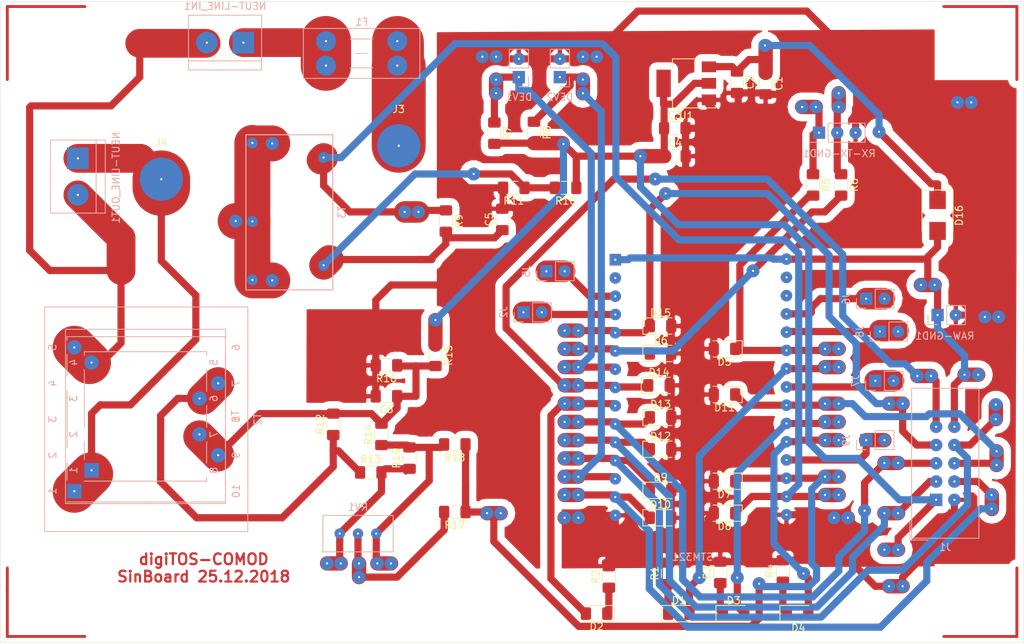
<source format=kicad_pcb>
(kicad_pcb (version 20171130) (host pcbnew "(6.0.0-rc1-dev-1444-gad0d9f8df)")
  (layers (0 F.Cu signal) (31 B.Cu signal) (34 B.Paste user) (35 F.Paste user) (36 B.SilkS user) (37 F.SilkS user) (38 B.Mask user) (39 F.Mask user) (44 Edge.Cuts user))
  (net 0 "")
  (net 1 GND)
  (net 2 NEUT)
  (net 3 AC)
  (net 4 V_Trans_out2)
  (net 5 V_Trans_out1)
  (net 6 +12V)
  (net 7 "Net-(F1-Pad2)")
  (net 8 LINE)
  (net 9 "Net-(D1-Pad1)")
  (net 10 "Net-(D2-Pad1)")
  (net 11 "Net-(D3-Pad1)")
  (net 12 "Net-(D4-Pad1)")
  (net 13 +3V3)
  (net 14 LED1)
  (net 15 LED2)
  (net 16 LED3)
  (net 17 LED4)
  (net 18 RX)
  (net 19 TX)
  (net 20 CH1)
  (net 21 FAULT_FEEDBACK)
  (net 22 CH2)
  (net 23 RST)
  (net 24 CH3)
  (net 25 DC_FEEDBACK)
  (net 26 CH4)
  (net 27 "Net-(R5-Pad1)")
  (net 28 "Net-(R6-Pad1)")
  (net 29 CT_out2)
  (net 30 DEV_MODE1)
  (net 31 DEV_MODE2)
  (net 32 "Net-(C5-Pad1)")
  (net 33 V_OUT)
  (net 34 "Net-(C1-Pad1)")
  (net 35 "Net-(R13-Pad2)")
  (net 36 "Net-(R14-Pad1)")
  (net 37 "Net-(R17-Pad2)")
  (net 38 E2)
  (net 39 E1)
  (net 40 E3)
  (net 41 E5)
  (net 42 E4)
  (net 43 E6)
  (net 44 "Net-(STM321-Pad17)")
  (net 45 "Net-(STM321-Pad2)")
  (net 46 "Net-(STM321-Pad18)")
  (net 47 "Net-(T3-Pad5)")
  (module MountingHole:MountingHole_4.3mm_M4 (layer F.Cu) (at 245.745 125.73)
    (fp_text reference H1 hide)
    (fp_text value MountingHole)
    (pad 1 np_thru_hole circle (at 0 0) (size 4.3 4.3) (drill 4.3) (layers *.Cu *.Mask))
  )
  (module MountingHole:MountingHole_4.3mm_M4 (layer F.Cu) (at 116.205 125.73)
    (fp_text reference H2 hide)
    (fp_text value MountingHole)
    (pad 1 np_thru_hole circle (at 0 0) (size 4.3 4.3) (drill 4.3) (layers *.Cu *.Mask))
  )
  (module MountingHole:MountingHole_4.3mm_M4 (layer F.Cu) (at 244.475 48.895)
    (fp_text reference H3 hide)
    (fp_text value MountingHole)
    (pad 1 np_thru_hole circle (at 0 0) (size 4.3 4.3) (drill 4.3) (layers *.Cu *.Mask))
  )
  (module MountingHole:MountingHole_4.3mm_M4 (layer F.Cu) (at 116.205 48.895)
    (fp_text reference H4 hide)
    (fp_text value MountingHole)
    (pad 1 np_thru_hole circle (at 0 0) (size 4.3 4.3) (drill 4.3) (layers *.Cu *.Mask))
  )
  (module BV_Discon:BV202S09006 (layer B.Cu) (at 122.2 107.7 90)
    (fp_text reference T1 (at 7.5 20 90) (layer B.SilkS) (effects (justify mirror)))
    (fp_text value BV202S09006)
    (fp_text user 1 (at 0 -2.5 90) (layer B.SilkS) (effects (justify mirror)))
    (fp_text user 2 (at 5 -2.5 90) (layer B.SilkS) (effects (justify mirror)))
    (fp_text user 3 (at 10 -2.5 90) (layer B.SilkS) (effects (justify mirror)))
    (fp_text user 4 (at 15 -2.5 90) (layer B.SilkS) (effects (justify mirror)))
    (fp_text user 5 (at 15 17 90) (layer B.SilkS) (effects (justify mirror)))
    (fp_text user 6 (at 10 17 90) (layer B.SilkS) (effects (justify mirror)))
    (fp_text user 7 (at 5 17 90) (layer B.SilkS) (effects (justify mirror)))
    (fp_text user 8 (at 0 17 90) (layer B.SilkS) (effects (justify mirror)))
    (pad 7 thru_hole circle (at 5 15 90) (size 2 2) (drill 0.3) (layers *.Cu *.Mask) (net 5 V_Trans_out1))
    (pad 6 thru_hole circle (at 10 15 90) (size 2 2) (drill 0.3) (layers *.Cu *.Mask) (net 4 V_Trans_out2))
    (pad 4 thru_hole circle (at 15 0 90) (size 2 2) (drill 0.3) (layers *.Cu *.Mask) (net 2 NEUT))
    (pad 1 thru_hole rect (at 0 0 90) (size 2 2) (drill 0.3) (layers *.Cu *.Mask) (net 8 LINE))
  )
  (module BV_Discon:BV302S18020 (layer B.Cu) (at 119.8 110.6 90)
    (fp_text reference T2 (at 10 25.5 90) (layer B.SilkS) (effects (justify mirror)))
    (fp_text value BV302S18020)
    (fp_text user 1 (at 0 -3 90) (layer B.SilkS) (effects (justify mirror)))
    (fp_text user 2 (at 5 -3 90) (layer B.SilkS) (effects (justify mirror)))
    (fp_text user 3 (at 10 -3 90) (layer B.SilkS) (effects (justify mirror)))
    (fp_text user 4 (at 15 -3 90) (layer B.SilkS) (effects (justify mirror)))
    (fp_text user 5 (at 20 -3 90) (layer B.SilkS) (effects (justify mirror)))
    (fp_text user 6 (at 20 22.5 90) (layer B.SilkS) (effects (justify mirror)))
    (fp_text user 7 (at 15 22.5 90) (layer B.SilkS) (effects (justify mirror)))
    (fp_text user 8 (at 10 22.5 90) (layer B.SilkS) (effects (justify mirror)))
    (fp_text user 9 (at 5 22.5 90) (layer B.SilkS) (effects (justify mirror)))
    (fp_text user 10 (at 0 22.5 90) (layer B.SilkS) (effects (justify mirror)))
    (pad 9 thru_hole circle (at 5 20 90) (size 2 2) (drill 0.3) (layers *.Cu *.Mask) (net 5 V_Trans_out1))
    (pad 7 thru_hole circle (at 15 20 90) (size 2 2) (drill 0.3) (layers *.Cu *.Mask) (net 4 V_Trans_out2))
    (pad 5 thru_hole circle (at 20 0 90) (size 2 2) (drill 0.3) (layers *.Cu *.Mask) (net 2 NEUT))
    (pad 1 thru_hole rect (at 0 0 90) (size 2 2) (drill 0.3) (layers *.Cu *.Mask) (net 8 LINE))
  )
  (module Fuse:Fuseholder_Blade_Mini_Keystone_3568 (layer B.Cu) (at 164.7 48 180)
    (fp_text reference F1 (at 4.96 2.67 180) (layer B.SilkS) (effects (justify mirror)))
    (fp_text value Fuse)
    (pad 1 thru_hole circle (at 0 0 180) (size 2.78 2.78) (drill 0.3) (layers *.Cu *.Mask) (net 3 AC))
    (pad 1 thru_hole circle (at 0 -3.4 180) (size 2.78 2.78) (drill 0.3) (layers *.Cu *.Mask) (net 3 AC))
    (pad 2 thru_hole circle (at 9.92 0 180) (size 2.78 2.78) (drill 0.3) (layers *.Cu *.Mask) (net 7 "Net-(F1-Pad2)"))
    (pad 2 thru_hole circle (at 9.92 -3.4 180) (size 2.78 2.78) (drill 0.3) (layers *.Cu *.Mask) (net 7 "Net-(F1-Pad2)"))
  )
  (module TerminalBlock:TerminalBlock_bornier-2_P5.08mm (layer B.Cu) (at 143.3 48.2 180)
    (fp_text reference NEUT-LINE_IN1 (at 2.54 5.08 180) (layer B.SilkS) (effects (justify mirror)))
    (fp_text value Screw_Terminal_01x02)
    (pad 1 thru_hole rect (at 0 0 180) (size 3 3) (drill 0.3) (layers *.Cu *.Mask) (net 7 "Net-(F1-Pad2)"))
    (pad 2 thru_hole circle (at 5.08 0 180) (size 3 3) (drill 0.3) (layers *.Cu *.Mask) (net 2 NEUT))
  )
  (module Connector_Wire:SolderWirePad_1x01_Drill2.5mm (layer F.Cu) (at 164.9 62.55)
    (fp_text reference J3 (at 0 -5.08) (layer F.SilkS))
    (fp_text value Conn_01x01_Female)
    (pad 1 thru_hole circle (at 0 0) (size 5.99948 5.99948) (drill 0.3) (layers *.Cu *.Mask) (net 3 AC))
  )
  (module Connector_Wire:SolderWirePad_1x01_Drill2.5mm (layer F.Cu) (at 131.9 67.2)
    (fp_text reference J4 (at 0 -5.08) (layer F.SilkS))
    (fp_text value Conn_01x01_Female)
    (pad 1 thru_hole circle (at 0 0) (size 5.99948 5.99948) (drill 0.3) (layers *.Cu *.Mask) (net 8 LINE))
  )
  (module TerminalBlock:TerminalBlock_bornier-2_P5.08mm (layer B.Cu) (at 120.3 64.3 270)
    (fp_text reference NEUT-LINE_OUT1 (at 2.7 -5.3 270) (layer B.SilkS) (effects (justify mirror)))
    (fp_text value Screw_Terminal_01x02)
    (pad 1 thru_hole rect (at 0 0 270) (size 3 3) (drill 0.3) (layers *.Cu *.Mask) (net 8 LINE))
    (pad 2 thru_hole circle (at 5.08 0 270) (size 3 3) (drill 0.3) (layers *.Cu *.Mask) (net 2 NEUT))
  )
  (module Connector_PinSocket_2.54mm:PinSocket_1x02_P2.54mm_Vertical (layer B.Cu) (at 239.8 86.1 270)
    (fp_text reference RAW-GND1 (at 2.9 -1) (layer B.SilkS) (effects (justify mirror)))
    (fp_text value Conn_01x02_Male)
    (pad 1 thru_hole rect (at 0 0 270) (size 1.7 1.7) (drill 0.3) (layers *.Cu *.Mask) (net 6 +12V))
    (pad 2 thru_hole oval (at 0 -2.54 270) (size 1.7 1.7) (drill 0.3) (layers *.Cu *.Mask) (net 1 GND))
  )
  (module Capacitor_SMD:C_1206_3216Metric_Pad1.42x1.75mm_HandSolder (layer F.Cu) (at 215.9 53.9 270)
    (fp_text reference C1 (at 0 -1.82 270) (layer F.SilkS))
    (fp_text value 22uf)
    (pad 2 smd roundrect (at 1.4875 0 270) (size 1.425 1.75) (layers F.Cu F.Paste F.Mask) (roundrect_rratio 0.175439) (net 1 GND))
    (pad 1 smd roundrect (at -1.4875 0 270) (size 1.425 1.75) (layers F.Cu F.Paste F.Mask) (roundrect_rratio 0.175439) (net 34 "Net-(C1-Pad1)"))
  )
  (module Capacitor_SMD:C_1206_3216Metric_Pad1.42x1.75mm_HandSolder (layer F.Cu) (at 211.927 53.7171 270)
    (fp_text reference C2 (at 0 -1.82 270) (layer F.SilkS))
    (fp_text value 0,1uf)
    (pad 1 smd roundrect (at -1.4875 0 270) (size 1.425 1.75) (layers F.Cu F.Paste F.Mask) (roundrect_rratio 0.175439) (net 34 "Net-(C1-Pad1)"))
    (pad 2 smd roundrect (at 1.4875 0 270) (size 1.425 1.75) (layers F.Cu F.Paste F.Mask) (roundrect_rratio 0.175439) (net 1 GND))
  )
  (module Capacitor_SMD:C_1206_3216Metric_Pad1.42x1.75mm_HandSolder (layer F.Cu) (at 203.277 60.1171)
    (fp_text reference C3 (at 0 -1.82) (layer F.SilkS))
    (fp_text value 0,1uf)
    (pad 1 smd roundrect (at -1.4875 0) (size 1.425 1.75) (layers F.Cu F.Paste F.Mask) (roundrect_rratio 0.175439) (net 13 +3V3))
    (pad 2 smd roundrect (at 1.4875 0) (size 1.425 1.75) (layers F.Cu F.Paste F.Mask) (roundrect_rratio 0.175439) (net 1 GND))
  )
  (module Capacitor_SMD:C_1206_3216Metric_Pad1.42x1.75mm_HandSolder (layer F.Cu) (at 203.3 64)
    (fp_text reference C4 (at 0 -1.82) (layer F.SilkS))
    (fp_text value 22uf)
    (pad 2 smd roundrect (at 1.4875 0) (size 1.425 1.75) (layers F.Cu F.Paste F.Mask) (roundrect_rratio 0.175439) (net 1 GND))
    (pad 1 smd roundrect (at -1.4875 0) (size 1.425 1.75) (layers F.Cu F.Paste F.Mask) (roundrect_rratio 0.175439) (net 13 +3V3))
  )
  (module LED_SMD:LED_1206_3216Metric_Pad1.42x1.75mm_HandSolder (layer F.Cu) (at 203.835 127.635)
    (fp_text reference D1 (at 0 -1.82) (layer F.SilkS))
    (fp_text value LED)
    (pad 2 smd roundrect (at 1.4875 0) (size 1.425 1.75) (layers F.Cu F.Paste F.Mask) (roundrect_rratio 0.175439) (net 14 LED1))
    (pad 1 smd roundrect (at -1.4875 0) (size 1.425 1.75) (layers F.Cu F.Paste F.Mask) (roundrect_rratio 0.175439) (net 9 "Net-(D1-Pad1)"))
  )
  (module LED_SMD:LED_1206_3216Metric_Pad1.42x1.75mm_HandSolder (layer F.Cu) (at 192.405 127.635 180)
    (fp_text reference D2 (at 0 -1.82 180) (layer F.SilkS))
    (fp_text value LED)
    (pad 1 smd roundrect (at -1.4875 0 180) (size 1.425 1.75) (layers F.Cu F.Paste F.Mask) (roundrect_rratio 0.175439) (net 10 "Net-(D2-Pad1)"))
    (pad 2 smd roundrect (at 1.4875 0 180) (size 1.425 1.75) (layers F.Cu F.Paste F.Mask) (roundrect_rratio 0.175439) (net 15 LED2))
  )
  (module LED_SMD:LED_1206_3216Metric_Pad1.42x1.75mm_HandSolder (layer F.Cu) (at 211.455 127.635)
    (fp_text reference D3 (at 0 -1.82) (layer F.SilkS))
    (fp_text value LED)
    (pad 2 smd roundrect (at 1.4875 0) (size 1.425 1.75) (layers F.Cu F.Paste F.Mask) (roundrect_rratio 0.175439) (net 16 LED3))
    (pad 1 smd roundrect (at -1.4875 0) (size 1.425 1.75) (layers F.Cu F.Paste F.Mask) (roundrect_rratio 0.175439) (net 11 "Net-(D3-Pad1)"))
  )
  (module LED_SMD:LED_1206_3216Metric_Pad1.42x1.75mm_HandSolder (layer F.Cu) (at 220.345 127.635)
    (fp_text reference D4 (at 0.1 2) (layer F.SilkS))
    (fp_text value LED)
    (pad 1 smd roundrect (at -1.4875 0) (size 1.425 1.75) (layers F.Cu F.Paste F.Mask) (roundrect_rratio 0.175439) (net 12 "Net-(D4-Pad1)"))
    (pad 2 smd roundrect (at 1.4875 0) (size 1.425 1.75) (layers F.Cu F.Paste F.Mask) (roundrect_rratio 0.175439) (net 17 LED4))
  )
  (module Resistor_SMD:R_1206_3216Metric_Pad1.42x1.75mm_HandSolder (layer F.Cu) (at 202.32 122.035 90)
    (fp_text reference R1 (at 0 -1.82 90) (layer F.SilkS))
    (fp_text value "330 Ohm")
    (pad 2 smd roundrect (at 1.4875 0 90) (size 1.425 1.75) (layers F.Cu F.Paste F.Mask) (roundrect_rratio 0.175439) (net 1 GND))
    (pad 1 smd roundrect (at -1.4875 0 90) (size 1.425 1.75) (layers F.Cu F.Paste F.Mask) (roundrect_rratio 0.175439) (net 9 "Net-(D1-Pad1)"))
  )
  (module Resistor_SMD:R_1206_3216Metric_Pad1.42x1.75mm_HandSolder (layer F.Cu) (at 194.11 122.535 90)
    (fp_text reference R2 (at 0 -1.82 90) (layer F.SilkS))
    (fp_text value "330 Ohm")
    (pad 1 smd roundrect (at -1.4875 0 90) (size 1.425 1.75) (layers F.Cu F.Paste F.Mask) (roundrect_rratio 0.175439) (net 10 "Net-(D2-Pad1)"))
    (pad 2 smd roundrect (at 1.4875 0 90) (size 1.425 1.75) (layers F.Cu F.Paste F.Mask) (roundrect_rratio 0.175439) (net 1 GND))
  )
  (module Resistor_SMD:R_1206_3216Metric_Pad1.42x1.75mm_HandSolder (layer F.Cu) (at 209.6 121.9 90)
    (fp_text reference R3 (at 0 -1.82 90) (layer F.SilkS))
    (fp_text value "330 Ohm")
    (pad 2 smd roundrect (at 1.4875 0 90) (size 1.425 1.75) (layers F.Cu F.Paste F.Mask) (roundrect_rratio 0.175439) (net 1 GND))
    (pad 1 smd roundrect (at -1.4875 0 90) (size 1.425 1.75) (layers F.Cu F.Paste F.Mask) (roundrect_rratio 0.175439) (net 11 "Net-(D3-Pad1)"))
  )
  (module Resistor_SMD:R_1206_3216Metric_Pad1.42x1.75mm_HandSolder (layer F.Cu) (at 218.3 121.7 90)
    (fp_text reference R4 (at 0 -1.82 90) (layer F.SilkS))
    (fp_text value "330 Ohm")
    (pad 1 smd roundrect (at -1.4875 0 90) (size 1.425 1.75) (layers F.Cu F.Paste F.Mask) (roundrect_rratio 0.175439) (net 12 "Net-(D4-Pad1)"))
    (pad 2 smd roundrect (at 1.4875 0 90) (size 1.425 1.75) (layers F.Cu F.Paste F.Mask) (roundrect_rratio 0.175439) (net 1 GND))
  )
  (module Package_TO_SOT_SMD:SOT-223-3_TabPin2 (layer F.Cu) (at 204.869 53.8665 180)
    (fp_text reference U1 (at 0 -4.5 180) (layer F.SilkS))
    (fp_text value AMS1117-3.3)
    (pad 2 smd rect (at 3.15 0 180) (size 2 3.8) (layers F.Cu F.Paste F.Mask) (net 13 +3V3))
    (pad 2 smd rect (at -3.15 0 180) (size 2 1.5) (layers F.Cu F.Paste F.Mask) (net 13 +3V3))
    (pad 3 smd rect (at -3.15 2.3 180) (size 2 1.5) (layers F.Cu F.Paste F.Mask) (net 34 "Net-(C1-Pad1)"))
    (pad 1 smd rect (at -3.15 -2.3 180) (size 2 1.5) (layers F.Cu F.Paste F.Mask) (net 1 GND))
  )
  (module Connector_PinSocket_2.54mm:PinSocket_1x03_P2.54mm_Vertical (layer B.Cu) (at 223.32 60.73 270)
    (fp_text reference RX-TX-GND1 (at 2.9 -2.8) (layer B.SilkS) (effects (justify mirror)))
    (fp_text value Conn_01x03_Male)
    (pad 1 thru_hole rect (at 0 0 270) (size 1.7 1.7) (drill 0.3) (layers *.Cu *.Mask) (net 27 "Net-(R5-Pad1)"))
    (pad 2 thru_hole oval (at 0 -2.54 270) (size 1.7 1.7) (drill 0.3) (layers *.Cu *.Mask) (net 28 "Net-(R6-Pad1)"))
    (pad 3 thru_hole oval (at 0 -5.08 270) (size 1.7 1.7) (drill 0.3) (layers *.Cu *.Mask) (net 1 GND))
  )
  (module Diode_SMD:D_1206_3216Metric_Pad1.42x1.75mm_HandSolder (layer F.Cu) (at 210.185 90.805 180)
    (fp_text reference D5 (at 0 -1.82 180) (layer F.SilkS))
    (fp_text value Zener)
    (pad 1 smd roundrect (at -1.4875 0 180) (size 1.425 1.75) (layers F.Cu F.Paste F.Mask) (roundrect_rratio 0.175439) (net 18 RX))
    (pad 2 smd roundrect (at 1.4875 0 180) (size 1.425 1.75) (layers F.Cu F.Paste F.Mask) (roundrect_rratio 0.175439) (net 1 GND))
  )
  (module Diode_SMD:D_1206_3216Metric_Pad1.42x1.75mm_HandSolder (layer F.Cu) (at 201.295 91.44)
    (fp_text reference D6 (at 0 -1.82) (layer F.SilkS))
    (fp_text value Zener)
    (pad 2 smd roundrect (at 1.4875 0) (size 1.425 1.75) (layers F.Cu F.Paste F.Mask) (roundrect_rratio 0.175439) (net 1 GND))
    (pad 1 smd roundrect (at -1.4875 0) (size 1.425 1.75) (layers F.Cu F.Paste F.Mask) (roundrect_rratio 0.175439) (net 19 TX))
  )
  (module Resistor_SMD:R_1206_3216Metric_Pad1.42x1.75mm_HandSolder (layer F.Cu) (at 222.493 67.9967 270)
    (fp_text reference R5 (at 0 -1.82 270) (layer F.SilkS))
    (fp_text value "100 Ohm")
    (pad 2 smd roundrect (at 1.4875 0 270) (size 1.425 1.75) (layers F.Cu F.Paste F.Mask) (roundrect_rratio 0.175439) (net 18 RX))
    (pad 1 smd roundrect (at -1.4875 0 270) (size 1.425 1.75) (layers F.Cu F.Paste F.Mask) (roundrect_rratio 0.175439) (net 27 "Net-(R5-Pad1)"))
  )
  (module Resistor_SMD:R_1206_3216Metric_Pad1.42x1.75mm_HandSolder (layer F.Cu) (at 226.393 67.9967 270)
    (fp_text reference R6 (at 0 -1.82 270) (layer F.SilkS))
    (fp_text value "100 Ohm")
    (pad 1 smd roundrect (at -1.4875 0 270) (size 1.425 1.75) (layers F.Cu F.Paste F.Mask) (roundrect_rratio 0.175439) (net 28 "Net-(R6-Pad1)"))
    (pad 2 smd roundrect (at 1.4875 0 270) (size 1.425 1.75) (layers F.Cu F.Paste F.Mask) (roundrect_rratio 0.175439) (net 19 TX))
  )
  (module Diode_SMD:D_1206_3216Metric_Pad1.42x1.75mm_HandSolder (layer F.Cu) (at 210.185 109.22 180)
    (fp_text reference D7 (at 0 -1.82 180) (layer F.SilkS))
    (fp_text value Zener)
    (pad 1 smd roundrect (at -1.4875 0 180) (size 1.425 1.75) (layers F.Cu F.Paste F.Mask) (roundrect_rratio 0.175439) (net 33 V_OUT))
    (pad 2 smd roundrect (at 1.4875 0 180) (size 1.425 1.75) (layers F.Cu F.Paste F.Mask) (roundrect_rratio 0.175439) (net 1 GND))
  )
  (module Diode_SMD:D_1206_3216Metric_Pad1.42x1.75mm_HandSolder (layer F.Cu) (at 210.185 113.665 180)
    (fp_text reference D8 (at 0 -1.82 180) (layer F.SilkS))
    (fp_text value Zener)
    (pad 2 smd roundrect (at 1.4875 0 180) (size 1.425 1.75) (layers F.Cu F.Paste F.Mask) (roundrect_rratio 0.175439) (net 1 GND))
    (pad 1 smd roundrect (at -1.4875 0 180) (size 1.425 1.75) (layers F.Cu F.Paste F.Mask) (roundrect_rratio 0.175439) (net 29 CT_out2))
  )
  (module Diode_SMD:D_1206_3216Metric_Pad1.42x1.75mm_HandSolder (layer F.Cu) (at 201.295 110.49)
    (fp_text reference D9 (at 0 -1.82) (layer F.SilkS))
    (fp_text value Zener)
    (pad 1 smd roundrect (at -1.4875 0) (size 1.425 1.75) (layers F.Cu F.Paste F.Mask) (roundrect_rratio 0.175439) (net 25 DC_FEEDBACK))
    (pad 2 smd roundrect (at 1.4875 0) (size 1.425 1.75) (layers F.Cu F.Paste F.Mask) (roundrect_rratio 0.175439) (net 1 GND))
  )
  (module Diode_SMD:D_1206_3216Metric_Pad1.42x1.75mm_HandSolder (layer F.Cu) (at 201.295 114.3)
    (fp_text reference D10 (at 0 -1.82) (layer F.SilkS))
    (fp_text value Zener)
    (pad 2 smd roundrect (at 1.4875 0) (size 1.425 1.75) (layers F.Cu F.Paste F.Mask) (roundrect_rratio 0.175439) (net 1 GND))
    (pad 1 smd roundrect (at -1.4875 0) (size 1.425 1.75) (layers F.Cu F.Paste F.Mask) (roundrect_rratio 0.175439) (net 21 FAULT_FEEDBACK))
  )
  (module Diode_SMD:D_1206_3216Metric_Pad1.42x1.75mm_HandSolder (layer F.Cu) (at 210.185 97.155 180)
    (fp_text reference D11 (at 0 -1.82 180) (layer F.SilkS))
    (fp_text value Zener)
    (pad 1 smd roundrect (at -1.4875 0 180) (size 1.425 1.75) (layers F.Cu F.Paste F.Mask) (roundrect_rratio 0.175439) (net 23 RST))
    (pad 2 smd roundrect (at 1.4875 0 180) (size 1.425 1.75) (layers F.Cu F.Paste F.Mask) (roundrect_rratio 0.175439) (net 1 GND))
  )
  (module Diode_SMD:D_1206_3216Metric_Pad1.42x1.75mm_HandSolder (layer F.Cu) (at 201.295 104.775)
    (fp_text reference D12 (at 0 -1.82) (layer F.SilkS))
    (fp_text value Zener)
    (pad 2 smd roundrect (at 1.4875 0) (size 1.425 1.75) (layers F.Cu F.Paste F.Mask) (roundrect_rratio 0.175439) (net 1 GND))
    (pad 1 smd roundrect (at -1.4875 0) (size 1.425 1.75) (layers F.Cu F.Paste F.Mask) (roundrect_rratio 0.175439) (net 20 CH1))
  )
  (module Diode_SMD:D_1206_3216Metric_Pad1.42x1.75mm_HandSolder (layer F.Cu) (at 201.295 100.33)
    (fp_text reference D13 (at 0 -1.82) (layer F.SilkS))
    (fp_text value Zener)
    (pad 1 smd roundrect (at -1.4875 0) (size 1.425 1.75) (layers F.Cu F.Paste F.Mask) (roundrect_rratio 0.175439) (net 22 CH2))
    (pad 2 smd roundrect (at 1.4875 0) (size 1.425 1.75) (layers F.Cu F.Paste F.Mask) (roundrect_rratio 0.175439) (net 1 GND))
  )
  (module Diode_SMD:D_1206_3216Metric_Pad1.42x1.75mm_HandSolder (layer F.Cu) (at 201.078 95.885)
    (fp_text reference D14 (at 0 -1.82) (layer F.SilkS))
    (fp_text value Zener)
    (pad 1 smd roundrect (at -1.4875 0) (size 1.425 1.75) (layers F.Cu F.Paste F.Mask) (roundrect_rratio 0.175439) (net 26 CH4))
    (pad 2 smd roundrect (at 1.4875 0) (size 1.425 1.75) (layers F.Cu F.Paste F.Mask) (roundrect_rratio 0.175439) (net 1 GND))
  )
  (module Diode_SMD:D_1206_3216Metric_Pad1.42x1.75mm_HandSolder (layer F.Cu) (at 201.295 87.63)
    (fp_text reference D15 (at 0 -1.82) (layer F.SilkS))
    (fp_text value Zener)
    (pad 2 smd roundrect (at 1.4875 0) (size 1.425 1.75) (layers F.Cu F.Paste F.Mask) (roundrect_rratio 0.175439) (net 1 GND))
    (pad 1 smd roundrect (at -1.4875 0) (size 1.425 1.75) (layers F.Cu F.Paste F.Mask) (roundrect_rratio 0.175439) (net 24 CH3))
  )
  (module Connector_PinSocket_2.54mm:PinSocket_1x02_P2.54mm_Vertical (layer B.Cu) (at 181.6 53)
    (fp_text reference DEV1 (at 0 2.77) (layer B.SilkS) (effects (justify mirror)))
    (fp_text value Conn_01x02_Male)
    (pad 1 thru_hole rect (at 0 0) (size 1.7 1.7) (drill 0.3) (layers *.Cu *.Mask) (net 30 DEV_MODE1))
    (pad 2 thru_hole oval (at 0 -2.54) (size 1.7 1.7) (drill 0.3) (layers *.Cu *.Mask) (net 1 GND))
  )
  (module Connector_PinSocket_2.54mm:PinSocket_1x02_P2.54mm_Vertical (layer B.Cu) (at 187.3 53)
    (fp_text reference DEV2 (at 0 2.77) (layer B.SilkS) (effects (justify mirror)))
    (fp_text value Conn_01x02_Male)
    (pad 2 thru_hole oval (at 0 -2.54) (size 1.7 1.7) (drill 0.3) (layers *.Cu *.Mask) (net 1 GND))
    (pad 1 thru_hole rect (at 0 0) (size 1.7 1.7) (drill 0.3) (layers *.Cu *.Mask) (net 31 DEV_MODE2))
  )
  (module Resistor_SMD:R_1206_3216Metric_Pad1.42x1.75mm_HandSolder (layer F.Cu) (at 178.2 60.8 270)
    (fp_text reference R7 (at 0 -1.82 270) (layer F.SilkS))
    (fp_text value 10kOhm)
    (pad 2 smd roundrect (at 1.4875 0 270) (size 1.425 1.75) (layers F.Cu F.Paste F.Mask) (roundrect_rratio 0.175439) (net 13 +3V3))
    (pad 1 smd roundrect (at -1.4875 0 270) (size 1.425 1.75) (layers F.Cu F.Paste F.Mask) (roundrect_rratio 0.175439) (net 30 DEV_MODE1))
  )
  (module Resistor_SMD:R_1206_3216Metric_Pad1.42x1.75mm_HandSolder (layer F.Cu) (at 183.7 60.7 270)
    (fp_text reference R8 (at 0 -1.82 270) (layer F.SilkS))
    (fp_text value 10kOhm)
    (pad 1 smd roundrect (at -1.4875 0 270) (size 1.425 1.75) (layers F.Cu F.Paste F.Mask) (roundrect_rratio 0.175439) (net 31 DEV_MODE2))
    (pad 2 smd roundrect (at 1.4875 0 270) (size 1.425 1.75) (layers F.Cu F.Paste F.Mask) (roundrect_rratio 0.175439) (net 13 +3V3))
  )
  (module Capacitor_SMD:C_1206_3216Metric_Pad1.42x1.75mm_HandSolder (layer F.Cu) (at 179.3 72.8 90)
    (fp_text reference C5 (at 0 -1.82 90) (layer F.SilkS))
    (fp_text value 10uf)
    (pad 1 smd roundrect (at -1.4875 0 90) (size 1.425 1.75) (layers F.Cu F.Paste F.Mask) (roundrect_rratio 0.175439) (net 32 "Net-(C5-Pad1)"))
    (pad 2 smd roundrect (at 1.4875 0 90) (size 1.425 1.75) (layers F.Cu F.Paste F.Mask) (roundrect_rratio 0.175439) (net 1 GND))
  )
  (module Resistor_SMD:R_1206_3216Metric_Pad1.42x1.75mm_HandSolder (layer F.Cu) (at 171.45 73.025 270)
    (fp_text reference R9 (at 0 -1.82 270) (layer F.SilkS))
    (fp_text value "18 Ohm")
    (pad 1 smd roundrect (at -1.4875 0 270) (size 1.425 1.75) (layers F.Cu F.Paste F.Mask) (roundrect_rratio 0.175439) (net 29 CT_out2))
    (pad 2 smd roundrect (at 1.4875 0 270) (size 1.425 1.75) (layers F.Cu F.Paste F.Mask) (roundrect_rratio 0.175439) (net 32 "Net-(C5-Pad1)"))
  )
  (module Resistor_SMD:R_1206_3216Metric_Pad1.42x1.75mm_HandSolder (layer F.Cu) (at 188.1 68.4 180)
    (fp_text reference R10 (at 0 -1.82 180) (layer F.SilkS))
    (fp_text value "10  kOhm")
    (pad 1 smd roundrect (at -1.4875 0 180) (size 1.425 1.75) (layers F.Cu F.Paste F.Mask) (roundrect_rratio 0.175439) (net 13 +3V3))
    (pad 2 smd roundrect (at 1.4875 0 180) (size 1.425 1.75) (layers F.Cu F.Paste F.Mask) (roundrect_rratio 0.175439) (net 32 "Net-(C5-Pad1)"))
  )
  (module Resistor_SMD:R_1206_3216Metric_Pad1.42x1.75mm_HandSolder (layer F.Cu) (at 180.9 68.4 180)
    (fp_text reference R11 (at 0 -1.82 180) (layer F.SilkS))
    (fp_text value "10  kOhm")
    (pad 2 smd roundrect (at 1.4875 0 180) (size 1.425 1.75) (layers F.Cu F.Paste F.Mask) (roundrect_rratio 0.175439) (net 1 GND))
    (pad 1 smd roundrect (at -1.4875 0 180) (size 1.425 1.75) (layers F.Cu F.Paste F.Mask) (roundrect_rratio 0.175439) (net 32 "Net-(C5-Pad1)"))
  )
  (module Capacitor_SMD:C_1206_3216Metric_Pad1.42x1.75mm_HandSolder (layer F.Cu) (at 163.188 97.4 180)
    (fp_text reference C6 (at 0 -1.82 180) (layer F.SilkS))
    (fp_text value 1uf)
    (pad 1 smd roundrect (at -1.4875 0 180) (size 1.425 1.75) (layers F.Cu F.Paste F.Mask) (roundrect_rratio 0.175439) (net 5 V_Trans_out1))
    (pad 2 smd roundrect (at 1.4875 0 180) (size 1.425 1.75) (layers F.Cu F.Paste F.Mask) (roundrect_rratio 0.175439) (net 1 GND))
  )
  (module Resistor_SMD:R_1206_3216Metric_Pad1.42x1.75mm_HandSolder (layer F.Cu) (at 155.8 101.3 90)
    (fp_text reference R12 (at 0 -1.82 90) (layer F.SilkS))
    (fp_text value "2 kOhm")
    (pad 1 smd roundrect (at -1.4875 0 90) (size 1.425 1.75) (layers F.Cu F.Paste F.Mask) (roundrect_rratio 0.175439) (net 4 V_Trans_out2))
    (pad 2 smd roundrect (at 1.4875 0 90) (size 1.425 1.75) (layers F.Cu F.Paste F.Mask) (roundrect_rratio 0.175439) (net 5 V_Trans_out1))
  )
  (module Resistor_SMD:R_1206_3216Metric_Pad1.42x1.75mm_HandSolder (layer F.Cu) (at 161.012 108)
    (fp_text reference R13 (at 0 -1.82) (layer F.SilkS))
    (fp_text value "100  kOhm")
    (pad 2 smd roundrect (at 1.4875 0) (size 1.425 1.75) (layers F.Cu F.Paste F.Mask) (roundrect_rratio 0.175439) (net 35 "Net-(R13-Pad2)"))
    (pad 1 smd roundrect (at -1.4875 0) (size 1.425 1.75) (layers F.Cu F.Paste F.Mask) (roundrect_rratio 0.175439) (net 4 V_Trans_out2))
  )
  (module Resistor_SMD:R_1206_3216Metric_Pad1.42x1.75mm_HandSolder (layer F.Cu) (at 162.5 102.7 90)
    (fp_text reference R14 (at 0 -1.82 90) (layer F.SilkS))
    (fp_text value "10  kOhm")
    (pad 1 smd roundrect (at -1.4875 0 90) (size 1.425 1.75) (layers F.Cu F.Paste F.Mask) (roundrect_rratio 0.175439) (net 36 "Net-(R14-Pad1)"))
    (pad 2 smd roundrect (at 1.4875 0 90) (size 1.425 1.75) (layers F.Cu F.Paste F.Mask) (roundrect_rratio 0.175439) (net 5 V_Trans_out1))
  )
  (module Resistor_SMD:R_1206_3216Metric_Pad1.42x1.75mm_HandSolder (layer F.Cu) (at 170 91.7 270)
    (fp_text reference R15 (at 0 -1.82 270) (layer F.SilkS))
    (fp_text value "470  kOhm")
    (pad 1 smd roundrect (at -1.4875 0 270) (size 1.425 1.75) (layers F.Cu F.Paste F.Mask) (roundrect_rratio 0.175439) (net 13 +3V3))
    (pad 2 smd roundrect (at 1.4875 0 270) (size 1.425 1.75) (layers F.Cu F.Paste F.Mask) (roundrect_rratio 0.175439) (net 5 V_Trans_out1))
  )
  (module Resistor_SMD:R_1206_3216Metric_Pad1.42x1.75mm_HandSolder (layer F.Cu) (at 163.2 93.1 180)
    (fp_text reference R16 (at 0 -1.82 180) (layer F.SilkS))
    (fp_text value "470  kOhm")
    (pad 2 smd roundrect (at 1.4875 0 180) (size 1.425 1.75) (layers F.Cu F.Paste F.Mask) (roundrect_rratio 0.175439) (net 1 GND))
    (pad 1 smd roundrect (at -1.4875 0 180) (size 1.425 1.75) (layers F.Cu F.Paste F.Mask) (roundrect_rratio 0.175439) (net 5 V_Trans_out1))
  )
  (module Diode_SMD:D_SMB (layer F.Cu) (at 239.8 72.25 270)
    (fp_text reference D16 (at 0 -3 270) (layer F.SilkS))
    (fp_text value Schottky)
    (pad 1 smd rect (at -2.15 0 270) (size 2.5 2.3) (layers F.Cu F.Paste F.Mask) (net 34 "Net-(C1-Pad1)"))
    (pad 2 smd rect (at 2.15 0 270) (size 2.5 2.3) (layers F.Cu F.Paste F.Mask) (net 6 +12V))
  )
  (module Resistor_SMD:R_1206_3216Metric_Pad1.42x1.75mm_HandSolder (layer F.Cu) (at 172.7 113.5 180)
    (fp_text reference R17 (at 0 -1.82 180) (layer F.SilkS))
    (fp_text value R0)
    (pad 1 smd roundrect (at -1.4875 0 180) (size 1.425 1.75) (layers F.Cu F.Paste F.Mask) (roundrect_rratio 0.175439) (net 33 V_OUT))
    (pad 2 smd roundrect (at 1.4875 0 180) (size 1.425 1.75) (layers F.Cu F.Paste F.Mask) (roundrect_rratio 0.175439) (net 37 "Net-(R17-Pad2)"))
  )
  (module Resistor_SMD:R_1206_3216Metric_Pad1.42x1.75mm_HandSolder (layer F.Cu) (at 172.7 104.1 180)
    (fp_text reference R18 (at 0 -1.82 180) (layer F.SilkS))
    (fp_text value R0)
    (pad 2 smd roundrect (at 1.4875 0 180) (size 1.425 1.75) (layers F.Cu F.Paste F.Mask) (roundrect_rratio 0.175439) (net 36 "Net-(R14-Pad1)"))
    (pad 1 smd roundrect (at -1.4875 0 180) (size 1.425 1.75) (layers F.Cu F.Paste F.Mask) (roundrect_rratio 0.175439) (net 33 V_OUT))
  )
  (module Resistor_SMD:R_1206_3216Metric_Pad1.42x1.75mm_HandSolder (layer F.Cu) (at 166.4 106 90)
    (fp_text reference R19 (at 0 -1.82 90) (layer F.SilkS))
    (fp_text value R0)
    (pad 1 smd roundrect (at -1.4875 0 90) (size 1.425 1.75) (layers F.Cu F.Paste F.Mask) (roundrect_rratio 0.175439) (net 35 "Net-(R13-Pad2)"))
    (pad 2 smd roundrect (at 1.4875 0 90) (size 1.425 1.75) (layers F.Cu F.Paste F.Mask) (roundrect_rratio 0.175439) (net 36 "Net-(R14-Pad1)"))
  )
  (module Potentiometer_THT:Potentiometer_Bourns_3296W_Vertical (layer B.Cu) (at 156.7 116.5 180)
    (fp_text reference RV1 (at -2.54 3.66 180) (layer B.SilkS) (effects (justify mirror)))
    (fp_text value "47 kOhm")
    (pad 1 thru_hole circle (at 0 0 180) (size 1.44 1.44) (drill 0.3) (layers *.Cu *.Mask) (net 35 "Net-(R13-Pad2)"))
    (pad 2 thru_hole circle (at -2.54 0 180) (size 1.44 1.44) (drill 0.3) (layers *.Cu *.Mask) (net 37 "Net-(R17-Pad2)"))
    (pad 3 thru_hole circle (at -5.08 0 180) (size 1.44 1.44) (drill 0.3) (layers *.Cu *.Mask) (net 36 "Net-(R14-Pad1)"))
  )
  (module Connector_IDC:IDC-Header_2x05_P2.54mm_Vertical (layer B.Cu) (at 239.6 111.8)
    (fp_text reference J1 (at 1.27 6.604) (layer B.SilkS) (effects (justify mirror)))
    (fp_text value Conn_01x10_Female)
    (pad 1 thru_hole rect (at 0 0) (size 1.7272 1.7272) (drill 0.3) (layers *.Cu *.Mask) (net 13 +3V3))
    (pad 2 thru_hole oval (at 2.54 0) (size 1.7272 1.7272) (drill 0.3) (layers *.Cu *.Mask) (net 1 GND))
    (pad 3 thru_hole oval (at 0 -2.54) (size 1.7272 1.7272) (drill 0.3) (layers *.Cu *.Mask) (net 20 CH1))
    (pad 4 thru_hole oval (at 2.54 -2.54) (size 1.7272 1.7272) (drill 0.3) (layers *.Cu *.Mask) (net 21 FAULT_FEEDBACK))
    (pad 5 thru_hole oval (at 0 -5.08) (size 1.7272 1.7272) (drill 0.3) (layers *.Cu *.Mask) (net 22 CH2))
    (pad 6 thru_hole oval (at 2.54 -5.08) (size 1.7272 1.7272) (drill 0.3) (layers *.Cu *.Mask) (net 23 RST))
    (pad 7 thru_hole oval (at 0 -7.62) (size 1.7272 1.7272) (drill 0.3) (layers *.Cu *.Mask) (net 24 CH3))
    (pad 8 thru_hole oval (at 2.54 -7.62) (size 1.7272 1.7272) (drill 0.3) (layers *.Cu *.Mask) (net 25 DC_FEEDBACK))
    (pad 9 thru_hole oval (at 0 -10.16) (size 1.7272 1.7272) (drill 0.3) (layers *.Cu *.Mask) (net 26 CH4))
    (pad 10 thru_hole oval (at 2.54 -10.16) (size 1.7272 1.7272) (drill 0.3) (layers *.Cu *.Mask) (net 6 +12V))
  )
  (module ZMCT116A:ZMCT116A (layer B.Cu) (at 150.65 68 90)
    (fp_text reference T3 (at -3.81 6.35 90) (layer B.SilkS) (effects (justify mirror)))
    (fp_text value ZMCT116A)
    (pad 5 thru_hole circle (at -5.08 -6.096 90) (size 1.524 1.524) (drill 0.3) (layers *.Cu *.Mask) (net 47 "Net-(T3-Pad5)"))
    (pad 1 thru_hole circle (at -11.176 3.81) (size 1.52 1.52) (drill 0.3) (layers *.Cu *.Mask) (net 32 "Net-(C5-Pad1)"))
    (pad 2 thru_hole circle (at 3.81 3.81) (size 1.52 1.52) (drill 0.3) (layers *.Cu *.Mask) (net 29 CT_out2))
    (pad 4 thru_hole circle (at -13.208 -6.096) (size 1.52 1.52) (drill 0.3) (layers *.Cu *.Mask) (net 47 "Net-(T3-Pad5)"))
    (pad 3 thru_hole circle (at 5.842 -6.096) (size 1.52 1.52) (drill 0.3) (layers *.Cu *.Mask) (net 47 "Net-(T3-Pad5)"))
  )
  (module STM32F030K6T6_BoardA:STM32F030K6T6_BoardA (layer B.Cu) (at 205.74 96.52 270)
    (fp_text reference STM321 (at 23.241 0 180) (layer B.SilkS) (effects (justify mirror)))
    (fp_text value STM32F030K6T6_BoardA)
    (pad 1 thru_hole rect (at -18.118595 10.734552 180) (size 1.6 1.6) (drill 0.3) (layers *.Cu *.Mask) (net 6 +12V))
    (pad 17 thru_hole oval (at -15.659885 -13.057316) (size 1.6 1.6) (drill 0.3) (layers *.Cu *.Mask) (net 44 "Net-(STM321-Pad17)"))
    (pad 2 thru_hole oval (at -15.578595 10.734552 180) (size 1.6 1.6) (drill 0.3) (layers *.Cu *.Mask) (net 45 "Net-(STM321-Pad2)"))
    (pad 18 thru_hole oval (at -13.119885 -13.057316) (size 1.6 1.6) (drill 0.3) (layers *.Cu *.Mask) (net 46 "Net-(STM321-Pad18)"))
    (pad 3 thru_hole oval (at -13.038595 10.734552 180) (size 1.6 1.6) (drill 0.3) (layers *.Cu *.Mask) (net 39 E1))
    (pad 19 thru_hole oval (at -10.579885 -13.057316) (size 1.6 1.6) (drill 0.3) (layers *.Cu *.Mask) (net 40 E3))
    (pad 4 thru_hole oval (at -10.498595 10.734552 180) (size 1.6 1.6) (drill 0.3) (layers *.Cu *.Mask) (net 38 E2))
    (pad 20 thru_hole oval (at -8.039885 -13.057316) (size 1.6 1.6) (drill 0.3) (layers *.Cu *.Mask) (net 42 E4))
    (pad 5 thru_hole oval (at -7.958595 10.734552 180) (size 1.6 1.6) (drill 0.3) (layers *.Cu *.Mask) (net 24 CH3))
    (pad 21 thru_hole oval (at -5.499885 -13.057316) (size 1.6 1.6) (drill 0.3) (layers *.Cu *.Mask) (net 18 RX))
    (pad 6 thru_hole oval (at -5.418595 10.734552 180) (size 1.6 1.6) (drill 0.3) (layers *.Cu *.Mask) (net 19 TX))
    (pad 22 thru_hole oval (at -2.959885 -13.057316) (size 1.6 1.6) (drill 0.3) (layers *.Cu *.Mask) (net 14 LED1))
    (pad 7 thru_hole oval (at -2.878595 10.734552 180) (size 1.6 1.6) (drill 0.3) (layers *.Cu *.Mask) (net 30 DEV_MODE1))
    (pad 23 thru_hole oval (at -0.419885 -13.057316) (size 1.6 1.6) (drill 0.3) (layers *.Cu *.Mask) (net 41 E5))
    (pad 8 thru_hole oval (at -0.338595 10.734552 180) (size 1.6 1.6) (drill 0.3) (layers *.Cu *.Mask) (net 26 CH4))
    (pad 24 thru_hole oval (at 2.120115 -13.057316) (size 1.6 1.6) (drill 0.3) (layers *.Cu *.Mask) (net 23 RST))
    (pad 9 thru_hole oval (at 2.201405 10.734552 180) (size 1.6 1.6) (drill 0.3) (layers *.Cu *.Mask) (net 15 LED2))
    (pad 25 thru_hole oval (at 4.660115 -13.057316) (size 1.6 1.6) (drill 0.3) (layers *.Cu *.Mask) (net 16 LED3))
    (pad 10 thru_hole oval (at 4.741405 10.734552 180) (size 1.6 1.6) (drill 0.3) (layers *.Cu *.Mask) (net 22 CH2))
    (pad 26 thru_hole oval (at 7.200115 -13.057316) (size 1.6 1.6) (drill 0.3) (layers *.Cu *.Mask) (net 17 LED4))
    (pad 11 thru_hole oval (at 7.281405 10.734552 180) (size 1.6 1.6) (drill 0.3) (layers *.Cu *.Mask) (net 20 CH1))
    (pad 27 thru_hole oval (at 9.740115 -13.057316) (size 1.6 1.6) (drill 0.3) (layers *.Cu *.Mask) (net 43 E6))
    (pad 12 thru_hole oval (at 9.821405 10.734552 180) (size 1.6 1.6) (drill 0.3) (layers *.Cu *.Mask) (net 25 DC_FEEDBACK))
    (pad 28 thru_hole oval (at 12.280115 -13.057316) (size 1.6 1.6) (drill 0.3) (layers *.Cu *.Mask) (net 33 V_OUT))
    (pad 13 thru_hole oval (at 12.361405 10.734552 180) (size 1.6 1.6) (drill 0.3) (layers *.Cu *.Mask) (net 31 DEV_MODE2))
    (pad 29 thru_hole oval (at 14.820115 -13.057316) (size 1.6 1.6) (drill 0.3) (layers *.Cu *.Mask) (net 29 CT_out2))
    (pad 14 thru_hole oval (at 14.901405 10.734552 180) (size 1.6 1.6) (drill 0.3) (layers *.Cu *.Mask) (net 21 FAULT_FEEDBACK))
    (pad 30 thru_hole oval (at 17.360115 -13.057316) (size 1.6 1.6) (drill 0.3) (layers *.Cu *.Mask) (net 1 GND))
    (pad 15 thru_hole oval (at 17.441405 10.734552 180) (size 1.6 1.6) (drill 0.3) (layers *.Cu *.Mask) (net 1 GND))
    (pad 16 thru_hole oval (at -18.199885 -13.057316) (size 1.6 1.6) (drill 0.3) (layers *.Cu *.Mask) (net 6 +12V))
  )
  (module Connector_PinSocket_2.54mm:PinSocket_1x02_P2.54mm_Vertical (layer B.Cu) (at 182.245 85.725 270)
    (fp_text reference J2 (at 0 2.77 270) (layer B.SilkS) (effects (justify mirror)))
    (fp_text value Conn_01x02_Female)
    (pad 2 thru_hole oval (at 0 -2.54 270) (size 1.7 1.7) (drill 0.3) (layers *.Cu *.Mask) (net 38 E2))
    (pad 1 thru_hole rect (at 0 0 270) (size 1.7 1.7) (drill 0.3) (layers *.Cu *.Mask) (net 38 E2))
  )
  (module Connector_PinSocket_2.54mm:PinSocket_1x02_P2.54mm_Vertical (layer B.Cu) (at 185.42 80.01 270)
    (fp_text reference J5 (at 0 2.77 270) (layer B.SilkS) (effects (justify mirror)))
    (fp_text value Conn_01x02_Female)
    (pad 1 thru_hole rect (at 0 0 270) (size 1.7 1.7) (drill 0.3) (layers *.Cu *.Mask) (net 39 E1))
    (pad 2 thru_hole oval (at 0 -2.54 270) (size 1.7 1.7) (drill 0.3) (layers *.Cu *.Mask) (net 39 E1))
  )
  (module Connector_PinSocket_2.54mm:PinSocket_1x02_P2.54mm_Vertical (layer B.Cu) (at 229.87 83.82 270)
    (fp_text reference J6 (at 0 2.77 270) (layer B.SilkS) (effects (justify mirror)))
    (fp_text value Conn_01x02_Female)
    (pad 2 thru_hole oval (at 0 -2.54 270) (size 1.7 1.7) (drill 0.3) (layers *.Cu *.Mask) (net 40 E3))
    (pad 1 thru_hole rect (at 0 0 270) (size 1.7 1.7) (drill 0.3) (layers *.Cu *.Mask) (net 40 E3))
  )
  (module Connector_PinSocket_2.54mm:PinSocket_1x02_P2.54mm_Vertical (layer B.Cu) (at 231.14 95.25 270)
    (fp_text reference J7 (at 0 2.77 270) (layer B.SilkS) (effects (justify mirror)))
    (fp_text value Conn_01x02_Female)
    (pad 1 thru_hole rect (at 0 0 270) (size 1.7 1.7) (drill 0.3) (layers *.Cu *.Mask) (net 41 E5))
    (pad 2 thru_hole oval (at 0 -2.54 270) (size 1.7 1.7) (drill 0.3) (layers *.Cu *.Mask) (net 41 E5))
  )
  (module Connector_PinSocket_2.54mm:PinSocket_1x02_P2.54mm_Vertical (layer B.Cu) (at 231.775 88.392 270)
    (fp_text reference J8 (at 0 2.77 270) (layer B.SilkS) (effects (justify mirror)))
    (fp_text value Conn_01x02_Female)
    (pad 1 thru_hole rect (at 0 0 270) (size 1.7 1.7) (drill 0.3) (layers *.Cu *.Mask) (net 42 E4))
    (pad 2 thru_hole oval (at 0 -2.54 270) (size 1.7 1.7) (drill 0.3) (layers *.Cu *.Mask) (net 42 E4))
  )
  (module Connector_PinSocket_2.54mm:PinSocket_1x02_P2.54mm_Vertical (layer B.Cu) (at 229.87 103.505 270)
    (fp_text reference J9 (at 0 2.77 270) (layer B.SilkS) (effects (justify mirror)))
    (fp_text value Conn_01x02_Female)
    (pad 2 thru_hole oval (at 0 -2.54 270) (size 1.7 1.7) (drill 0.3) (layers *.Cu *.Mask) (net 43 E6))
    (pad 1 thru_hole rect (at 0 0 270) (size 1.7 1.7) (drill 0.3) (layers *.Cu *.Mask) (net 43 E6))
  )
  (gr_line (start 250.825 43.18) (end 249.555 43.18) (layer F.Cu) (width 0.4))
  (gr_line (start 249.555 43.18) (end 240.665 43.18) (layer F.Cu) (width 0.4))
  (gr_line (start 250.825 43.18) (end 250.825 53.34) (layer F.Cu) (width 0.4))
  (gr_line (start 250.825 130.81) (end 240.665 130.81) (layer F.Cu) (width 0.4))
  (gr_line (start 250.825 130.81) (end 250.825 121.285) (layer F.Cu) (width 0.4))
  (gr_line (start 110.49 53.34) (end 110.49 52.07) (layer F.Cu) (width 0.4))
  (gr_line (start 110.49 52.07) (end 110.49 43.18) (layer F.Cu) (width 0.4))
  (gr_line (start 110.49 43.18) (end 121.285 43.18) (layer F.Cu) (width 0.4))
  (gr_line (start 110.49 124.46) (end 110.49 121.285) (layer F.Cu) (width 0.4))
  (gr_line (start 110.49 130.81) (end 121.285 130.81) (layer F.Cu) (width 0.4))
  (gr_line (start 110.49 124.46) (end 110.49 130.81) (layer F.Cu) (width 0.4))
  (gr_text "digiTOS-COMOD\nSinBoard 25.12.2018" (at 137.795 121.285) (layer F.Cu) (effects (font (size 1.5 1.5) (thickness 0.3))))
  (gr_line (start 109.5 42.5) (end 251.8 42.5) (layer Edge.Cuts) (width 0.05))
  (gr_line (start 251.8 131.6) (end 251.8 42.5) (layer Edge.Cuts) (width 0.05))
  (gr_line (start 109.5 131.6) (end 251.8 131.6) (layer Edge.Cuts) (width 0.05))
  (gr_line (start 109.5 42.5) (end 109.5 131.6) (layer Edge.Cuts) (width 0.05))
  (segment (start 187.5 50.46) (end 190.205 50.46) (width 1) (layer F.Cu) (net 1))
  (segment (start 190.205 50.46) (end 190.5 50.165) (width 1) (layer F.Cu) (net 1))
  (segment (start 187.3 50.46) (end 187.5 50.46) (width 1) (layer F.Cu) (net 1))
  (segment (start 187.3 50.46) (end 187.5 50.46) (width 1) (layer F.Cu) (net 1))
  (segment (start 181.6 50.46) (end 187.3 50.46) (width 1) (layer F.Cu) (net 1))
  (segment (start 193.892 120.83) (end 194.11 121.048) (width 1) (layer F.Cu) (net 1))
  (segment (start 193.61 120.548) (end 193.892 120.83) (width 1) (layer F.Cu) (net 1))
  (segment (start 234.315 56.515) (end 229.235 51.435) (width 1) (layer F.Cu) (net 1))
  (segment (start 208.019 56.1665) (end 208.019 56.8886) (width 1) (layer F.Cu) (net 1))
  (segment (start 208.019 56.8886) (end 209.55 58.42) (width 1) (layer F.Cu) (net 1))
  (segment (start 204.764 60.1171) (end 204.7645 60.1171) (width 1) (layer F.Cu) (net 1))
  (segment (start 227.965 120.65) (end 227.527 120.212) (width 1) (layer F.Cu) (net 1))
  (segment (start 233.045 123.825) (end 231.14 123.825) (width 1) (layer F.Cu) (net 1))
  (segment (start 231.14 123.825) (end 227.965 120.65) (width 1) (layer F.Cu) (net 1))
  (segment (start 227.527 120.212) (end 225.425 118.11) (width 1) (layer F.Cu) (net 1))
  (segment (start 225.425 118.11) (end 225.425 114.3) (width 1) (layer F.Cu) (net 1))
  (segment (start 218.3 120.212) (end 227.527 120.212) (width 1) (layer F.Cu) (net 1))
  (segment (start 195.58 120.548) (end 194.61 120.548) (width 1) (layer F.Cu) (net 1))
  (segment (start 194.61 120.548) (end 194.11 121.048) (width 1) (layer F.Cu) (net 1))
  (segment (start 202.32 120.548) (end 195.58 120.548) (width 1) (layer F.Cu) (net 1))
  (segment (start 194.11 121.048) (end 194.11 121.0475) (width 1) (layer F.Cu) (net 1))
  (segment (start 202.782 76.708) (end 202.782 79.375) (width 1) (layer F.Cu) (net 1))
  (segment (start 202.782 76.2) (end 202.782 76.708) (width 1) (layer F.Cu) (net 1))
  (segment (start 202.782 76.708) (end 202.782 76.2) (width 1) (layer F.Cu) (net 1))
  (segment (start 202.782 79.375) (end 202.782 91.44) (width 1) (layer F.Cu) (net 1))
  (segment (start 202.782 91.44) (end 202.565 91.6575) (width 1) (layer F.Cu) (net 1))
  (segment (start 202.565 91.6575) (end 202.565 95.885) (width 1) (layer F.Cu) (net 1))
  (segment (start 202.565 95.885) (end 202.782 96.1025) (width 1) (layer F.Cu) (net 1))
  (segment (start 202.782 96.1025) (end 202.782 119.995) (width 1) (layer F.Cu) (net 1))
  (segment (start 202.782 119.995) (end 203.2 120.412) (width 1) (layer F.Cu) (net 1))
  (segment (start 203.2 120.412) (end 202.455 120.412) (width 1) (layer F.Cu) (net 1))
  (segment (start 202.455 120.412) (end 202.32 120.548) (width 1) (layer F.Cu) (net 1))
  (segment (start 207.645 120.412) (end 203.2 120.412) (width 1) (layer F.Cu) (net 1))
  (segment (start 241.3 56.515) (end 234.315 56.515) (width 1) (layer F.Cu) (net 1))
  (segment (start 242.57 56.515) (end 241.3 56.515) (width 1) (layer F.Cu) (net 1))
  (segment (start 234.315 56.515) (end 241.3 56.515) (width 1) (layer F.Cu) (net 1))
  (segment (start 228.4 60.73) (end 228.4 57.35) (width 1) (layer F.Cu) (net 1))
  (segment (start 228.4 57.35) (end 232.845 57.35) (width 1) (layer F.Cu) (net 1))
  (segment (start 232.845 57.35) (end 233.68 56.515) (width 1) (layer F.Cu) (net 1))
  (segment (start 233.68 56.515) (end 234.315 56.515) (width 1) (layer F.Cu) (net 1))
  (segment (start 207.645 120.412) (end 207.926 120.131) (width 1) (layer F.Cu) (net 1))
  (segment (start 207.926 120.131) (end 207.926 114.436) (width 1) (layer F.Cu) (net 1))
  (segment (start 207.926 114.436) (end 208.698 113.665) (width 1) (layer F.Cu) (net 1))
  (segment (start 208.698 113.665) (end 208.698 85.29) (width 1) (layer F.Cu) (net 1))
  (segment (start 208.698 85.29) (end 202.782 79.375) (width 1) (layer F.Cu) (net 1))
  (segment (start 209.6 120.412) (end 207.645 120.412) (width 1) (layer F.Cu) (net 1))
  (segment (start 194.11 121.0475) (end 194.11 114.857) (width 1) (layer F.Cu) (net 1))
  (segment (start 194.11 114.857) (end 195.005 113.961) (width 1) (layer F.Cu) (net 1))
  (segment (start 195.005 113.961) (end 195.005 119.973) (width 1) (layer F.Cu) (net 1))
  (segment (start 195.005 119.973) (end 195.58 120.548) (width 1) (layer F.Cu) (net 1))
  (segment (start 195.005 113.961) (end 190.204 113.961) (width 1) (layer F.Cu) (net 1))
  (segment (start 190.204 113.961) (end 189.865 114.3) (width 1) (layer F.Cu) (net 1))
  (segment (start 202.782 120.085) (end 202.32 120.548) (width 1) (layer F.Cu) (net 1))
  (segment (start 218.797 113.88) (end 225.005 113.88) (width 1) (layer F.Cu) (net 1))
  (segment (start 225.005 113.88) (end 225.425 114.3) (width 1) (layer F.Cu) (net 1))
  (segment (start 248.285 86.36) (end 248.285 60.325) (width 1) (layer F.Cu) (net 1))
  (segment (start 248.285 60.325) (end 244.475 56.515) (width 1) (layer F.Cu) (net 1))
  (segment (start 234.95 123.825) (end 234.95 122.555) (width 1) (layer F.Cu) (net 1))
  (segment (start 234.95 122.555) (end 242.14 115.365) (width 1) (layer F.Cu) (net 1))
  (segment (start 242.14 115.365) (end 242.14 111.8) (width 1) (layer F.Cu) (net 1))
  (segment (start 176.53 50.165) (end 172.085 50.165) (width 1) (layer F.Cu) (net 1))
  (segment (start 172.085 50.165) (end 172.085 66.04) (width 1) (layer F.Cu) (net 1))
  (segment (start 172.085 66.04) (end 174.445 68.4) (width 1) (layer F.Cu) (net 1))
  (segment (start 174.445 68.4) (end 179.412 68.4) (width 1) (layer F.Cu) (net 1))
  (segment (start 179.412 68.4) (end 179.412 71.2) (width 1) (layer F.Cu) (net 1))
  (segment (start 202.782 76.2) (end 202.782 71.5375) (width 1) (layer F.Cu) (net 1))
  (segment (start 202.782 71.5375) (end 204.788 69.5325) (width 1) (layer F.Cu) (net 1))
  (segment (start 204.788 69.5325) (end 204.788 64) (width 1) (layer F.Cu) (net 1))
  (segment (start 204.7645 60.1171) (end 207.853 60.1171) (width 1) (layer F.Cu) (net 1))
  (segment (start 207.853 60.1171) (end 209.55 58.42) (width 1) (layer F.Cu) (net 1))
  (segment (start 209.55 58.42) (end 212.09 58.42) (width 1) (layer F.Cu) (net 1))
  (segment (start 212.09 58.42) (end 212.09 55.3679) (width 1) (layer F.Cu) (net 1))
  (segment (start 212.09 55.3679) (end 211.927 55.2046) (width 1) (layer F.Cu) (net 1))
  (segment (start 192.405 50.165) (end 192.405 49.53) (width 1) (layer F.Cu) (net 1))
  (segment (start 192.405 49.53) (end 198.12 43.815) (width 1) (layer F.Cu) (net 1))
  (segment (start 198.12 43.815) (end 221.615 43.815) (width 1) (layer F.Cu) (net 1))
  (segment (start 221.615 43.815) (end 229.235 51.435) (width 1) (layer F.Cu) (net 1))
  (segment (start 229.235 51.435) (end 220.345 51.435) (width 1) (layer F.Cu) (net 1))
  (segment (start 220.345 51.435) (end 219.71 52.07) (width 1) (layer F.Cu) (net 1))
  (segment (start 219.71 52.07) (end 219.71 53.34) (width 1) (layer F.Cu) (net 1))
  (segment (start 219.71 53.34) (end 217.662 55.3875) (width 1) (layer F.Cu) (net 1))
  (segment (start 217.662 55.3875) (end 215.9 55.3875) (width 1) (layer F.Cu) (net 1))
  (segment (start 193.892 120.83) (end 194.11 121.048) (width 1) (layer F.Cu) (net 1))
  (segment (start 209.6 120.412) (end 218.1 120.412) (width 1) (layer F.Cu) (net 1))
  (segment (start 218.1 120.412) (end 218.3 120.212) (width 1) (layer F.Cu) (net 1))
  (segment (start 194.7 114.267) (end 195.005 113.961) (width 1) (layer F.Cu) (net 1))
  (segment (start 227.527 120.212) (end 227.528 120.212) (width 1) (layer F.Cu) (net 1))
  (segment (start 227.528 120.212) (end 227.965 120.65) (width 1) (layer F.Cu) (net 1))
  (segment (start 161.712 97.3875) (end 161.712 84.0325) (width 1) (layer F.Cu) (net 1))
  (segment (start 161.712 84.0325) (end 163.83 81.915) (width 1) (layer F.Cu) (net 1))
  (segment (start 163.83 81.915) (end 177.165 81.915) (width 1) (layer F.Cu) (net 1))
  (segment (start 177.165 81.915) (end 182.88 76.2) (width 1) (layer F.Cu) (net 1))
  (segment (start 182.88 76.2) (end 182.88 71.12) (width 1) (layer F.Cu) (net 1))
  (segment (start 182.88 71.12) (end 179.492 71.12) (width 1) (layer F.Cu) (net 1))
  (segment (start 179.492 71.12) (end 179.3 71.3125) (width 1) (layer F.Cu) (net 1))
  (segment (start 225.425 114.3) (end 227.33 114.3) (width 2) (layer F.Cu) (net 1))
  (segment (start 233.045 123.825) (end 234.95 123.825) (width 2) (layer F.Cu) (net 1))
  (segment (start 190.5 50.165) (end 192.405 50.165) (width 2) (layer F.Cu) (net 1))
  (segment (start 178.435 50.165) (end 176.53 50.165) (width 2) (layer F.Cu) (net 1))
  (segment (start 181.6 50.46) (end 178.73 50.46) (width 1) (layer F.Cu) (net 1))
  (segment (start 178.73 50.46) (end 178.435 50.165) (width 1) (layer F.Cu) (net 1))
  (segment (start 242.57 56.515) (end 244.475 56.515) (width 2) (layer F.Cu) (net 1))
  (segment (start 242.37 56.715) (end 242.57 56.515) (width 1) (layer F.Cu) (net 1))
  (segment (start 242.34 86.1) (end 246.12 86.1) (width 1) (layer F.Cu) (net 1))
  (segment (start 246.12 86.1) (end 246.38 86.36) (width 1) (layer F.Cu) (net 1))
  (segment (start 246.38 86.36) (end 248.285 86.36) (width 2) (layer F.Cu) (net 1))
  (segment (start 246.15 86.59) (end 246.38 86.36) (width 1) (layer F.Cu) (net 1))
  (segment (start 209.512 120.325) (end 209.6 120.412) (width 0.6) (layer F.Cu) (net 1))
  (segment (start 218.435 120.078) (end 218.3 120.212) (width 0.6) (layer F.Cu) (net 1))
  (segment (start 202.263 120.49) (end 202.32 120.548) (width 0.6) (layer F.Cu) (net 1))
  (segment (start 204.764 60.1171) (end 204.764 63.9766) (width 1) (layer F.Cu) (net 1))
  (segment (start 204.764 63.9766) (end 204.788 64) (width 0.6) (layer F.Cu) (net 1))
  (segment (start 211.927 55.2046) (end 215.717 55.2046) (width 1) (layer F.Cu) (net 1))
  (segment (start 215.717 55.2046) (end 215.9 55.3875) (width 0.6) (layer F.Cu) (net 1))
  (segment (start 179.412 71.2) (end 179.3 71.3125) (width 0.6) (layer F.Cu) (net 1))
  (segment (start 161.712 97.3875) (end 161.7 97.4) (width 0.6) (layer F.Cu) (net 1))
  (segment (start 208.516 56.664) (end 208.019 56.1665) (width 0.25) (layer F.Cu) (net 1))
  (segment (start 204.855 60.026) (end 204.764 60.1171) (width 0.25) (layer F.Cu) (net 1))
  (segment (start 187.96 114.3) (end 189.865 114.3) (width 2) (layer F.Cu) (net 1))
  (via (at 246.38 86.36) (size 1.8) (drill 0.3) (layers F.Cu B.Cu) (net 1))
  (via (at 248.285 86.36) (size 1.8) (drill 0.3) (layers F.Cu B.Cu) (net 1))
  (via (at 244.475 56.515) (size 1.8) (drill 0.3) (layers F.Cu B.Cu) (net 1))
  (via (at 242.57 56.515) (size 1.8) (drill 0.3) (layers F.Cu B.Cu) (net 1))
  (via (at 176.53 50.165) (size 1.8) (drill 0.3) (layers F.Cu B.Cu) (net 1))
  (via (at 178.435 50.165) (size 1.8) (drill 0.3) (layers F.Cu B.Cu) (net 1))
  (via (at 192.405 50.165) (size 1.8) (drill 0.3) (layers F.Cu B.Cu) (net 1))
  (via (at 190.5 50.165) (size 1.8) (drill 0.3) (layers F.Cu B.Cu) (net 1))
  (via (at 234.95 123.825) (size 1.8) (drill 0.3) (layers F.Cu B.Cu) (net 1))
  (via (at 233.045 123.825) (size 1.8) (drill 0.3) (layers F.Cu B.Cu) (net 1))
  (via (at 227.33 114.3) (size 1.8) (drill 0.3) (layers F.Cu B.Cu) (net 1))
  (via (at 225.425 114.3) (size 1.8) (drill 0.3) (layers F.Cu B.Cu) (net 1))
  (via (at 187.96 114.3) (size 1.8) (drill 0.3) (layers F.Cu B.Cu) (net 1))
  (via (at 189.865 114.3) (size 1.8) (drill 0.3) (layers F.Cu B.Cu) (net 1))
  (segment (start 128.9 48.3) (end 128.9 53) (width 1) (layer F.Cu) (net 2))
  (segment (start 128.9 53) (end 124.9 57) (width 1) (layer F.Cu) (net 2))
  (segment (start 124.9 57) (end 113.8 57) (width 1) (layer F.Cu) (net 2))
  (segment (start 113.8 57) (end 113.6 57.2) (width 1) (layer F.Cu) (net 2))
  (segment (start 113.6 57.2) (end 113.6 77.1) (width 1) (layer F.Cu) (net 2))
  (segment (start 113.6 77.1) (end 116.4 79.9) (width 1) (layer F.Cu) (net 2))
  (segment (start 116.4 79.9) (end 126.3 79.9) (width 1) (layer F.Cu) (net 2))
  (segment (start 126.3 79.9) (end 126.3 75.38) (width 4) (layer F.Cu) (net 2))
  (segment (start 126.3 75.38) (end 120.3 69.38) (width 4) (layer F.Cu) (net 2))
  (segment (start 122.2 92.7) (end 123.6 92.7) (width 1) (layer F.Cu) (net 2))
  (segment (start 123.6 92.7) (end 126.3 90) (width 1) (layer F.Cu) (net 2))
  (segment (start 126.3 90) (end 126.3 79.9) (width 1) (layer F.Cu) (net 2))
  (segment (start 128.9 48.3) (end 138.12 48.3) (width 4) (layer F.Cu) (net 2))
  (segment (start 138.12 48.3) (end 138.22 48.2) (width 1) (layer F.Cu) (net 2))
  (segment (start 122.2 92.7) (end 121.9 92.7) (width 1) (layer F.Cu) (net 2))
  (segment (start 121.9 92.7) (end 119.8 90.6) (width 6) (layer F.Cu) (net 2))
  (segment (start 164.9 51.55) (end 164.9 48.2) (width 7) (layer F.Cu) (net 3))
  (segment (start 164.9 62.55) (end 164.9 51.55) (width 7.5) (layer F.Cu) (net 3))
  (segment (start 164.7 48) (end 164.7 51.4) (width 7) (layer F.Cu) (net 3))
  (segment (start 164.9 48.2) (end 164.7 48) (width 0.25) (layer F.Cu) (net 3))
  (segment (start 164.9 51.55) (end 164.8 51.45) (width 0.25) (layer F.Cu) (net 3))
  (segment (start 164.8 62.45) (end 164.9 62.55) (width 0.25) (layer F.Cu) (net 3))
  (segment (start 155.8 104.994) (end 156.5185 104.994) (width 1) (layer F.Cu) (net 4))
  (segment (start 156.5185 104.994) (end 159.5245 108) (width 1) (layer F.Cu) (net 4))
  (segment (start 155.8 104.994) (end 155.8 107.2) (width 1) (layer F.Cu) (net 4))
  (segment (start 155.8 107.2) (end 148.7 114.3) (width 1) (layer F.Cu) (net 4))
  (segment (start 148.7 114.3) (end 136.8 114.3) (width 1) (layer F.Cu) (net 4))
  (segment (start 136.8 114.3) (end 131.8 109.3) (width 1) (layer F.Cu) (net 4))
  (segment (start 131.8 109.3) (end 131.8 100.1) (width 1) (layer F.Cu) (net 4))
  (segment (start 131.8 100.1) (end 134.2 97.7) (width 1) (layer F.Cu) (net 4))
  (segment (start 134.2 97.7) (end 137.2 97.7) (width 1) (layer F.Cu) (net 4))
  (segment (start 155.8 102.788) (end 155.8 104.994) (width 1) (layer F.Cu) (net 4))
  (segment (start 155.8 102.788) (end 155.8 102.7875) (width 1) (layer F.Cu) (net 4))
  (segment (start 137.2 97.7) (end 137.7 97.7) (width 1) (layer F.Cu) (net 4))
  (segment (start 137.7 97.7) (end 139.8 95.6) (width 4.5) (layer F.Cu) (net 4))
  (segment (start 164.6875 93.1) (end 164.688 93.1) (width 1) (layer F.Cu) (net 5))
  (segment (start 161.8115 100.5235) (end 162.5 101.212) (width 1) (layer F.Cu) (net 5))
  (segment (start 155.8 99.8125) (end 161.1 99.8125) (width 1) (layer F.Cu) (net 5))
  (segment (start 161.1 99.8125) (end 161.8 100.5125) (width 1) (layer F.Cu) (net 5))
  (segment (start 161.8 100.5125) (end 161.8005 100.5125) (width 1) (layer F.Cu) (net 5))
  (segment (start 161.8005 100.5125) (end 161.8005 100.513) (width 1) (layer F.Cu) (net 5))
  (segment (start 161.8005 100.513) (end 161.801 100.513) (width 1) (layer F.Cu) (net 5))
  (segment (start 161.801 100.513) (end 161.801 100.5135) (width 1) (layer F.Cu) (net 5))
  (segment (start 161.801 100.5135) (end 161.8015 100.5135) (width 1) (layer F.Cu) (net 5))
  (segment (start 161.8015 100.5135) (end 161.8015 100.514) (width 1) (layer F.Cu) (net 5))
  (segment (start 161.8015 100.514) (end 161.802 100.514) (width 1) (layer F.Cu) (net 5))
  (segment (start 161.802 100.514) (end 161.802 100.5145) (width 1) (layer F.Cu) (net 5))
  (segment (start 161.802 100.5145) (end 161.8025 100.5145) (width 1) (layer F.Cu) (net 5))
  (segment (start 161.8025 100.5145) (end 161.8025 100.515) (width 1) (layer F.Cu) (net 5))
  (segment (start 161.8025 100.515) (end 161.803 100.515) (width 1) (layer F.Cu) (net 5))
  (segment (start 161.803 100.515) (end 161.803 100.5155) (width 1) (layer F.Cu) (net 5))
  (segment (start 161.803 100.5155) (end 161.8035 100.5155) (width 1) (layer F.Cu) (net 5))
  (segment (start 161.8035 100.5155) (end 161.8035 100.516) (width 1) (layer F.Cu) (net 5))
  (segment (start 161.8035 100.516) (end 161.804 100.516) (width 1) (layer F.Cu) (net 5))
  (segment (start 161.804 100.516) (end 161.804 100.5165) (width 1) (layer F.Cu) (net 5))
  (segment (start 161.804 100.5165) (end 161.8045 100.5165) (width 1) (layer F.Cu) (net 5))
  (segment (start 161.8045 100.5165) (end 161.8045 100.517) (width 1) (layer F.Cu) (net 5))
  (segment (start 161.8045 100.517) (end 161.805 100.517) (width 1) (layer F.Cu) (net 5))
  (segment (start 161.805 100.517) (end 161.805 100.5175) (width 1) (layer F.Cu) (net 5))
  (segment (start 161.805 100.5175) (end 161.8055 100.5175) (width 1) (layer F.Cu) (net 5))
  (segment (start 161.8055 100.5175) (end 161.8055 100.518) (width 1) (layer F.Cu) (net 5))
  (segment (start 161.8055 100.518) (end 161.806 100.518) (width 1) (layer F.Cu) (net 5))
  (segment (start 161.806 100.518) (end 161.806 100.5185) (width 1) (layer F.Cu) (net 5))
  (segment (start 161.806 100.5185) (end 161.8065 100.5185) (width 1) (layer F.Cu) (net 5))
  (segment (start 161.8065 100.5185) (end 161.8065 100.519) (width 1) (layer F.Cu) (net 5))
  (segment (start 161.8065 100.519) (end 161.807 100.519) (width 1) (layer F.Cu) (net 5))
  (segment (start 161.807 100.519) (end 161.807 100.5195) (width 1) (layer F.Cu) (net 5))
  (segment (start 161.807 100.5195) (end 161.8075 100.5195) (width 1) (layer F.Cu) (net 5))
  (segment (start 161.8075 100.5195) (end 161.8075 100.52) (width 1) (layer F.Cu) (net 5))
  (segment (start 161.8075 100.52) (end 161.808 100.52) (width 1) (layer F.Cu) (net 5))
  (segment (start 161.808 100.52) (end 161.808 100.5205) (width 1) (layer F.Cu) (net 5))
  (segment (start 161.808 100.5205) (end 161.8085 100.5205) (width 1) (layer F.Cu) (net 5))
  (segment (start 161.8085 100.5205) (end 161.8085 100.521) (width 1) (layer F.Cu) (net 5))
  (segment (start 161.8085 100.521) (end 161.809 100.521) (width 1) (layer F.Cu) (net 5))
  (segment (start 161.809 100.521) (end 161.809 100.5215) (width 1) (layer F.Cu) (net 5))
  (segment (start 161.809 100.5215) (end 161.8095 100.5215) (width 1) (layer F.Cu) (net 5))
  (segment (start 161.8095 100.5215) (end 161.8095 100.522) (width 1) (layer F.Cu) (net 5))
  (segment (start 161.8095 100.522) (end 161.81 100.522) (width 1) (layer F.Cu) (net 5))
  (segment (start 161.81 100.522) (end 161.81 100.5225) (width 1) (layer F.Cu) (net 5))
  (segment (start 161.81 100.5225) (end 161.8105 100.5225) (width 1) (layer F.Cu) (net 5))
  (segment (start 161.8105 100.5225) (end 161.8105 100.523) (width 1) (layer F.Cu) (net 5))
  (segment (start 161.8105 100.523) (end 161.811 100.523) (width 1) (layer F.Cu) (net 5))
  (segment (start 161.811 100.523) (end 161.811 100.5235) (width 1) (layer F.Cu) (net 5))
  (segment (start 161.811 100.5235) (end 161.8115 100.5235) (width 1) (layer F.Cu) (net 5))
  (segment (start 161.8115 100.5235) (end 161.8115 100.524) (width 1) (layer F.Cu) (net 5))
  (segment (start 161.8115 100.524) (end 162.5 101.2125) (width 1) (layer F.Cu) (net 5))
  (segment (start 155.8 99.8125) (end 145.588 99.8125) (width 1) (layer F.Cu) (net 5))
  (segment (start 145.588 99.8125) (end 139.8 105.6) (width 1) (layer F.Cu) (net 5))
  (segment (start 164.775 93.1875) (end 164.688 93.1) (width 0.6) (layer F.Cu) (net 5))
  (segment (start 164.6755 97.4) (end 164.675 97.4) (width 1) (layer F.Cu) (net 5))
  (segment (start 164.675 97.4) (end 164.675 99.0375) (width 1) (layer F.Cu) (net 5))
  (segment (start 164.675 99.0375) (end 162.5 101.212) (width 1) (layer F.Cu) (net 5))
  (segment (start 167.3 93.1875) (end 167.3 97.4) (width 1) (layer F.Cu) (net 5))
  (segment (start 167.3 97.4) (end 164.6755 97.4) (width 1) (layer F.Cu) (net 5))
  (segment (start 137.2 102.7) (end 137.2 103) (width 1) (layer F.Cu) (net 5))
  (segment (start 137.2 103) (end 139.8 105.6) (width 4.5) (layer F.Cu) (net 5))
  (segment (start 170 93.1875) (end 167.3 93.1875) (width 1) (layer F.Cu) (net 5))
  (segment (start 167.3 93.1875) (end 164.775 93.1875) (width 1) (layer F.Cu) (net 5))
  (segment (start 238.4425 78.3201) (end 238.4425 78.0075) (width 1) (layer F.Cu) (net 6))
  (segment (start 238.4425 78.0075) (end 239.8 76.65) (width 1) (layer F.Cu) (net 6))
  (segment (start 238.4425 81.915) (end 238.4425 78.3201) (width 1) (layer F.Cu) (net 6))
  (segment (start 218.7973 78.3201) (end 238.4425 78.3201) (width 1) (layer F.Cu) (net 6))
  (segment (start 239.8 74.4) (end 239.8 76.65) (width 1) (layer F.Cu) (net 6))
  (segment (start 238.4425 81.915) (end 237.49 81.915) (width 2) (layer F.Cu) (net 6))
  (segment (start 239.395 81.915) (end 238.4425 81.915) (width 2) (layer F.Cu) (net 6))
  (segment (start 218.7973 78.3201) (end 216.9973 78.3201) (width 1) (layer B.Cu) (net 6))
  (segment (start 216.9973 78.3201) (end 216.8292 78.152) (width 1) (layer B.Cu) (net 6))
  (segment (start 216.8292 78.152) (end 197.0548 78.152) (width 1) (layer B.Cu) (net 6))
  (segment (start 197.0548 78.152) (end 196.8054 78.4014) (width 1) (layer B.Cu) (net 6))
  (segment (start 239.8 86.1) (end 239.8 87.95) (width 1) (layer B.Cu) (net 6))
  (segment (start 239.8 87.95) (end 243.545 91.695) (width 1) (layer B.Cu) (net 6))
  (segment (start 243.545 91.695) (end 243.545 94.4006) (width 1) (layer B.Cu) (net 6))
  (segment (start 195.0054 78.4014) (end 196.8054 78.4014) (width 1) (layer B.Cu) (net 6))
  (segment (start 242.14 101.64) (end 242.14 95.8052) (width 1) (layer F.Cu) (net 6))
  (segment (start 242.14 95.8052) (end 243.545 94.4006) (width 1) (layer F.Cu) (net 6))
  (segment (start 245.45 94.4006) (end 243.545 94.4006) (width 2) (layer F.Cu) (net 6))
  (segment (start 239.8 86.1) (end 239.8 82.32) (width 1) (layer F.Cu) (net 6))
  (segment (start 239.8 82.32) (end 239.395 81.915) (width 1) (layer F.Cu) (net 6))
  (via (at 239.395 81.915) (size 1.8) (drill 0.3) (layers F.Cu B.Cu) (net 6))
  (via (at 237.49 81.915) (size 1.8) (drill 0.3) (layers F.Cu B.Cu) (net 6))
  (via (at 243.545 94.4006) (size 1.8) (drill 0.3) (layers F.Cu B.Cu) (net 6))
  (via (at 245.45 94.4006) (size 1.8) (drill 0.3) (layers F.Cu B.Cu) (net 6))
  (segment (start 154.78 48) (end 154.78 51.4) (width 7) (layer F.Cu) (net 7))
  (segment (start 143.3 48.2) (end 154.58 48.2) (width 4) (layer F.Cu) (net 7))
  (segment (start 154.58 48.2) (end 154.78 48) (width 0.25) (layer F.Cu) (net 7))
  (segment (start 143.45 48.05) (end 143.3 48.2) (width 0.25) (layer F.Cu) (net 7))
  (segment (start 131.9 68.3) (end 131.9 67.2) (width 1) (layer F.Cu) (net 8))
  (segment (start 131.9 71.4423) (end 131.9 68.3) (width 1) (layer F.Cu) (net 8))
  (segment (start 131.9 68.3) (end 131.9 67.2) (width 1) (layer F.Cu) (net 8))
  (segment (start 131.9 71.4423) (end 131.9 68.3) (width 1) (layer F.Cu) (net 8))
  (segment (start 122.2 107.7) (end 122.2 99.8) (width 1) (layer F.Cu) (net 8))
  (segment (start 122.2 99.8) (end 123.4 98.6) (width 1) (layer F.Cu) (net 8))
  (segment (start 123.4 98.6) (end 127.6 98.6) (width 1) (layer F.Cu) (net 8))
  (segment (start 127.6 98.6) (end 136.7 89.5) (width 1) (layer F.Cu) (net 8))
  (segment (start 136.7 89.5) (end 136.7 83.36) (width 1) (layer F.Cu) (net 8))
  (segment (start 136.7 83.36) (end 131.9 78.56) (width 1) (layer F.Cu) (net 8))
  (segment (start 131.9 78.56) (end 131.9 71.4423) (width 1) (layer F.Cu) (net 8))
  (segment (start 120.3 64.3) (end 129 64.3) (width 4) (layer F.Cu) (net 8))
  (segment (start 129 64.3) (end 131.9 67.2) (width 4) (layer F.Cu) (net 8))
  (segment (start 131.9 67.2) (end 131.9 68.3) (width 8) (layer F.Cu) (net 8))
  (segment (start 131.1 68) (end 131.9 67.2) (width 4) (layer F.Cu) (net 8))
  (segment (start 122.2 107.7) (end 122.2 108.2) (width 1) (layer F.Cu) (net 8))
  (segment (start 122.2 108.2) (end 119.8 110.6) (width 6) (layer F.Cu) (net 8))
  (segment (start 202.334 127.6215) (end 202.348 127.635) (width 1) (layer F.Cu) (net 9))
  (segment (start 202.32 123.5225) (end 202.32 127.608) (width 1) (layer F.Cu) (net 9))
  (segment (start 202.32 127.608) (end 202.334 127.6215) (width 1) (layer F.Cu) (net 9))
  (segment (start 202.334 127.6215) (end 202.3475 127.635) (width 1) (layer F.Cu) (net 9))
  (segment (start 202.32 123.522) (end 202.32 123.5225) (width 1) (layer F.Cu) (net 9))
  (segment (start 194.001 127.5265) (end 193.892 127.635) (width 1) (layer F.Cu) (net 10))
  (segment (start 194.11 124.0225) (end 194.11 127.418) (width 1) (layer F.Cu) (net 10))
  (segment (start 194.11 127.418) (end 194.001 127.5265) (width 1) (layer F.Cu) (net 10))
  (segment (start 194.001 127.5265) (end 193.8925 127.635) (width 1) (layer F.Cu) (net 10))
  (segment (start 194.11 124.022) (end 194.11 124.0225) (width 1) (layer F.Cu) (net 10))
  (segment (start 209.6 123.388) (end 209.6 123.3875) (width 1) (layer F.Cu) (net 11))
  (segment (start 209.6 123.388) (end 209.6 127.268) (width 1) (layer F.Cu) (net 11))
  (segment (start 209.6 127.268) (end 209.784 127.4515) (width 1) (layer F.Cu) (net 11))
  (segment (start 209.784 127.4515) (end 209.968 127.635) (width 1) (layer F.Cu) (net 11))
  (segment (start 209.784 127.4515) (end 209.9675 127.635) (width 1) (layer F.Cu) (net 11))
  (segment (start 218.3 123.188) (end 218.3 123.1875) (width 1) (layer F.Cu) (net 12))
  (segment (start 218.3 123.188) (end 218.3 127.078) (width 1) (layer F.Cu) (net 12))
  (segment (start 218.3 127.078) (end 218.579 127.3565) (width 1) (layer F.Cu) (net 12))
  (segment (start 218.579 127.3565) (end 218.858 127.635) (width 1) (layer F.Cu) (net 12))
  (segment (start 218.579 127.3565) (end 218.8575 127.635) (width 1) (layer F.Cu) (net 12))
  (segment (start 201.7895 56.7665) (end 201.719 56.7665) (width 1) (layer F.Cu) (net 13))
  (segment (start 206.019 53.8665) (end 203.119 56.7665) (width 1) (layer F.Cu) (net 13))
  (segment (start 203.119 56.7665) (end 201.7895 56.7665) (width 1) (layer F.Cu) (net 13))
  (segment (start 201.7895 56.7665) (end 201.7895 60.1171) (width 1) (layer F.Cu) (net 13))
  (segment (start 208.019 53.8665) (end 206.019 53.8665) (width 1) (layer F.Cu) (net 13))
  (segment (start 201.719 53.8665) (end 201.719 56.7665) (width 1) (layer F.Cu) (net 13))
  (segment (start 201.7895 60.1171) (end 201.812 60.1396) (width 1) (layer F.Cu) (net 13))
  (segment (start 201.812 60.1396) (end 201.812 64) (width 1) (layer F.Cu) (net 13))
  (segment (start 198.5 64) (end 198.5 68.267) (width 1) (layer B.Cu) (net 13))
  (segment (start 198.5 68.267) (end 203.7621 73.5291) (width 1) (layer B.Cu) (net 13))
  (segment (start 203.7621 73.5291) (end 218.5037 73.5291) (width 1) (layer B.Cu) (net 13))
  (segment (start 218.5037 73.5291) (end 221.8981 76.9235) (width 1) (layer B.Cu) (net 13))
  (segment (start 221.8981 76.9235) (end 221.8981 103.8031) (width 1) (layer B.Cu) (net 13))
  (segment (start 221.8981 103.8031) (end 224.14 106.045) (width 1) (layer B.Cu) (net 13))
  (segment (start 224.14 106.045) (end 228.7429 106.045) (width 1) (layer B.Cu) (net 13))
  (segment (start 228.7429 106.045) (end 234.4979 111.8) (width 1) (layer B.Cu) (net 13))
  (segment (start 234.4979 111.8) (end 239.6 111.8) (width 1) (layer B.Cu) (net 13))
  (segment (start 187.8 62.3) (end 187.8 69) (width 1) (layer B.Cu) (net 13))
  (segment (start 187.8 69) (end 170 86.8) (width 1) (layer B.Cu) (net 13))
  (segment (start 189.5875 64.0875) (end 189.5875 68.4) (width 1) (layer F.Cu) (net 13))
  (segment (start 187.8 62.3) (end 189.5875 64.0875) (width 1) (layer F.Cu) (net 13))
  (segment (start 198.5 64) (end 189.675 64) (width 1) (layer F.Cu) (net 13))
  (segment (start 189.675 64) (end 189.5875 64.0875) (width 1) (layer F.Cu) (net 13))
  (segment (start 201.812 64) (end 198.5 64) (width 2) (layer F.Cu) (net 13))
  (segment (start 201.812 64) (end 201.8125 64) (width 1) (layer F.Cu) (net 13))
  (segment (start 234.315 118.745) (end 234.315 117.085) (width 1) (layer F.Cu) (net 13))
  (segment (start 234.315 117.085) (end 239.6 111.8) (width 1) (layer F.Cu) (net 13))
  (segment (start 234.315 118.745) (end 232.41 118.745) (width 2) (layer F.Cu) (net 13))
  (segment (start 183.7 62.1875) (end 187.688 62.1875) (width 2) (layer F.Cu) (net 13))
  (segment (start 187.688 62.1875) (end 187.8 62.3) (width 0.6) (layer F.Cu) (net 13))
  (segment (start 183.7 62.1875) (end 178.3 62.1875) (width 1) (layer F.Cu) (net 13))
  (segment (start 178.3 62.1875) (end 178.2 62.2875) (width 0.6) (layer F.Cu) (net 13))
  (segment (start 170 90.2125) (end 170 86.8) (width 2) (layer F.Cu) (net 13))
  (via (at 198.5 64) (size 1.8) (drill 0.3) (layers F.Cu B.Cu) (net 13))
  (via (at 170 86.8) (size 1.8) (drill 0.3) (layers F.Cu B.Cu) (net 13))
  (via (at 187.8 62.3) (size 1.8) (drill 0.3) (layers F.Cu B.Cu) (net 13))
  (via (at 234.315 118.745) (size 1.8) (drill 0.3) (layers F.Cu B.Cu) (net 13))
  (via (at 232.41 118.745) (size 1.8) (drill 0.3) (layers F.Cu B.Cu) (net 13))
  (segment (start 205.3225 127.635) (end 205.3225 123.989) (width 1) (layer F.Cu) (net 14))
  (segment (start 205.3225 123.989) (end 206.6766 122.6349) (width 1) (layer F.Cu) (net 14))
  (segment (start 218.7973 93.5601) (end 206.6766 105.6808) (width 1) (layer B.Cu) (net 14))
  (segment (start 206.6766 105.6808) (end 206.6766 122.6349) (width 1) (layer B.Cu) (net 14))
  (segment (start 218.797 93.5601) (end 218.7973 93.5601) (width 1) (layer F.Cu) (net 14))
  (segment (start 218.7973 93.5601) (end 223.94 93.5601) (width 1) (layer F.Cu) (net 14))
  (segment (start 223.94 93.5601) (end 224.155 93.345) (width 1) (layer F.Cu) (net 14))
  (segment (start 224.155 93.345) (end 226.06 93.345) (width 2) (layer F.Cu) (net 14))
  (via (at 206.6766 122.6349) (size 1.8) (drill 0.3) (layers F.Cu B.Cu) (net 14))
  (via (at 226.06 93.345) (size 1.8) (drill 0.3) (layers F.Cu B.Cu) (net 14))
  (via (at 224.155 93.345) (size 1.8) (drill 0.3) (layers F.Cu B.Cu) (net 14))
  (segment (start 187.96 98.425) (end 187.7225 98.425) (width 1) (layer F.Cu) (net 15))
  (segment (start 187.7225 98.425) (end 186.0551 100.0924) (width 1) (layer F.Cu) (net 15))
  (segment (start 186.0551 100.0924) (end 186.0551 122.7726) (width 1) (layer F.Cu) (net 15))
  (segment (start 186.0551 122.7726) (end 190.9175 127.635) (width 1) (layer F.Cu) (net 15))
  (segment (start 194.857 98.5732) (end 194.8572 98.5732) (width 1) (layer F.Cu) (net 15))
  (segment (start 194.8572 98.5732) (end 195.0054 98.7214) (width 1) (layer F.Cu) (net 15))
  (segment (start 194.857 98.5732) (end 195.005 98.7214) (width 1) (layer F.Cu) (net 15))
  (segment (start 189.865 98.425) (end 194.709 98.425) (width 1) (layer F.Cu) (net 15))
  (segment (start 194.709 98.425) (end 194.857 98.5732) (width 1) (layer F.Cu) (net 15))
  (segment (start 187.96 98.425) (end 189.865 98.425) (width 2) (layer F.Cu) (net 15))
  (via (at 187.96 98.425) (size 1.8) (drill 0.3) (layers F.Cu B.Cu) (net 15))
  (via (at 189.865 98.425) (size 1.8) (drill 0.3) (layers F.Cu B.Cu) (net 15))
  (segment (start 218.7973 101.1801) (end 211.9614 108.016) (width 1) (layer B.Cu) (net 16))
  (segment (start 211.9614 108.016) (end 211.9614 122.6349) (width 1) (layer B.Cu) (net 16))
  (segment (start 212.9425 127.635) (end 211.9614 126.6539) (width 1) (layer F.Cu) (net 16))
  (segment (start 211.9614 126.6539) (end 211.9614 122.6349) (width 1) (layer F.Cu) (net 16))
  (segment (start 218.7974 101.18) (end 218.7973 101.1801) (width 1) (layer F.Cu) (net 16))
  (segment (start 218.7974 101.18) (end 223.94 101.18) (width 1) (layer F.Cu) (net 16))
  (segment (start 223.94 101.18) (end 224.155 100.965) (width 1) (layer F.Cu) (net 16))
  (segment (start 218.797 101.18) (end 218.7974 101.18) (width 1) (layer F.Cu) (net 16))
  (segment (start 224.155 100.965) (end 226.06 100.965) (width 2) (layer F.Cu) (net 16))
  (via (at 211.9614 122.6349) (size 1.8) (drill 0.3) (layers F.Cu B.Cu) (net 16))
  (via (at 226.06 100.965) (size 1.8) (drill 0.3) (layers F.Cu B.Cu) (net 16))
  (via (at 224.155 100.965) (size 1.8) (drill 0.3) (layers F.Cu B.Cu) (net 16))
  (segment (start 221.1802 122.0549) (end 217.0532 117.9279) (width 1) (layer B.Cu) (net 17))
  (segment (start 217.0532 117.9279) (end 217.0532 105.4642) (width 1) (layer B.Cu) (net 17))
  (segment (start 217.0532 105.4642) (end 218.7973 103.7201) (width 1) (layer B.Cu) (net 17))
  (segment (start 221.8325 127.635) (end 221.8325 122.7072) (width 1) (layer F.Cu) (net 17))
  (segment (start 221.8325 122.7072) (end 221.1802 122.0549) (width 1) (layer F.Cu) (net 17))
  (segment (start 218.7973 103.7201) (end 220.5973 103.7201) (width 1) (layer F.Cu) (net 17))
  (segment (start 224.155 103.505) (end 220.8124 103.505) (width 1) (layer F.Cu) (net 17))
  (segment (start 220.8124 103.505) (end 220.5973 103.7201) (width 1) (layer F.Cu) (net 17))
  (segment (start 224.155 103.505) (end 226.06 103.505) (width 2) (layer F.Cu) (net 17))
  (via (at 221.1802 122.0549) (size 1.8) (drill 0.3) (layers F.Cu B.Cu) (net 17))
  (via (at 226.06 103.505) (size 1.8) (drill 0.3) (layers F.Cu B.Cu) (net 17))
  (via (at 224.155 103.505) (size 1.8) (drill 0.3) (layers F.Cu B.Cu) (net 17))
  (segment (start 212.3236 90.805) (end 211.6725 90.805) (width 1) (layer F.Cu) (net 18))
  (segment (start 218.797 91.0201) (end 212.5387 91.0201) (width 1) (layer F.Cu) (net 18))
  (segment (start 212.5387 91.0201) (end 212.3236 90.805) (width 1) (layer F.Cu) (net 18))
  (segment (start 212.3236 90.805) (end 212.3236 79.1534) (width 1) (layer F.Cu) (net 18))
  (segment (start 212.3236 79.1534) (end 221.9928 69.4842) (width 1) (layer F.Cu) (net 18))
  (segment (start 221.9928 69.4842) (end 222.493 69.4842) (width 1) (layer F.Cu) (net 18))
  (segment (start 218.797 91.0201) (end 218.7973 91.0201) (width 1) (layer F.Cu) (net 18))
  (segment (start 218.7973 91.0201) (end 223.94 91.0201) (width 1) (layer F.Cu) (net 18))
  (segment (start 223.94 91.0201) (end 224.155 90.805) (width 1) (layer F.Cu) (net 18))
  (segment (start 224.155 90.805) (end 226.06 90.805) (width 2) (layer F.Cu) (net 18))
  (via (at 226.06 90.805) (size 1.8) (drill 0.3) (layers F.Cu B.Cu) (net 18))
  (via (at 224.155 90.805) (size 1.8) (drill 0.3) (layers F.Cu B.Cu) (net 18))
  (segment (start 195.0054 91.1014) (end 199.4689 91.1014) (width 1) (layer F.Cu) (net 19))
  (segment (start 199.4689 91.1014) (end 199.8075 91.44) (width 1) (layer F.Cu) (net 19))
  (segment (start 194.857 90.9532) (end 194.8572 90.9532) (width 1) (layer F.Cu) (net 19))
  (segment (start 194.8572 90.9532) (end 195.0054 91.1014) (width 1) (layer F.Cu) (net 19))
  (segment (start 214.1521 79.9523) (end 222.352 71.7524) (width 1) (layer F.Cu) (net 19))
  (segment (start 222.352 71.7524) (end 224.1248 71.7524) (width 1) (layer F.Cu) (net 19))
  (segment (start 224.1248 71.7524) (end 226.393 69.4842) (width 1) (layer F.Cu) (net 19))
  (segment (start 195.0054 91.1014) (end 203.003 91.1014) (width 1) (layer B.Cu) (net 19))
  (segment (start 203.003 91.1014) (end 214.1521 79.9523) (width 1) (layer B.Cu) (net 19))
  (segment (start 194.857 90.9532) (end 195.005 91.1014) (width 1) (layer F.Cu) (net 19))
  (segment (start 189.865 90.805) (end 194.709 90.805) (width 1) (layer F.Cu) (net 19))
  (segment (start 194.709 90.805) (end 194.857 90.9532) (width 1) (layer F.Cu) (net 19))
  (segment (start 187.96 90.805) (end 189.865 90.805) (width 2) (layer F.Cu) (net 19))
  (via (at 214.1521 79.9523) (size 1.8) (drill 0.3) (layers F.Cu B.Cu) (net 19))
  (via (at 187.96 90.805) (size 1.8) (drill 0.3) (layers F.Cu B.Cu) (net 19))
  (via (at 189.865 90.805) (size 1.8) (drill 0.3) (layers F.Cu B.Cu) (net 19))
  (segment (start 195.0054 103.8014) (end 202.5355 111.3315) (width 1) (layer B.Cu) (net 20))
  (segment (start 202.5355 111.3315) (end 202.5355 123.0221) (width 1) (layer B.Cu) (net 20))
  (segment (start 202.5355 123.0221) (end 206.2332 126.7198) (width 1) (layer B.Cu) (net 20))
  (segment (start 206.2332 126.7198) (end 223.0332 126.7198) (width 1) (layer B.Cu) (net 20))
  (segment (start 223.0332 126.7198) (end 227.9764 121.7766) (width 1) (layer B.Cu) (net 20))
  (segment (start 227.9764 121.7766) (end 227.9764 119.7963) (width 1) (layer B.Cu) (net 20))
  (segment (start 227.9764 119.7963) (end 232.41 115.3627) (width 1) (layer B.Cu) (net 20))
  (segment (start 232.41 115.3627) (end 232.41 113.665) (width 1) (layer B.Cu) (net 20))
  (segment (start 195.0054 103.8014) (end 198.8339 103.8014) (width 1) (layer F.Cu) (net 20))
  (segment (start 198.8339 103.8014) (end 199.8075 104.775) (width 1) (layer F.Cu) (net 20))
  (segment (start 195.005 103.801) (end 195.0054 103.8014) (width 1) (layer F.Cu) (net 20))
  (segment (start 189.865 103.505) (end 194.709 103.505) (width 1) (layer F.Cu) (net 20))
  (segment (start 194.709 103.505) (end 195.005 103.801) (width 1) (layer F.Cu) (net 20))
  (segment (start 239.6 109.26) (end 238.72 109.26) (width 1) (layer F.Cu) (net 20))
  (segment (start 238.72 109.26) (end 234.315 113.665) (width 1) (layer F.Cu) (net 20))
  (segment (start 234.315 113.665) (end 232.41 113.665) (width 2) (layer F.Cu) (net 20))
  (segment (start 234.355 113.705) (end 234.315 113.665) (width 1) (layer F.Cu) (net 20))
  (segment (start 187.96 103.505) (end 189.865 103.505) (width 2) (layer F.Cu) (net 20))
  (via (at 232.41 113.665) (size 1.8) (drill 0.3) (layers F.Cu B.Cu) (net 20))
  (via (at 234.315 113.665) (size 1.8) (drill 0.3) (layers F.Cu B.Cu) (net 20))
  (via (at 187.96 103.505) (size 1.8) (drill 0.3) (layers F.Cu B.Cu) (net 20))
  (via (at 189.865 103.505) (size 1.8) (drill 0.3) (layers F.Cu B.Cu) (net 20))
  (segment (start 195.0054 111.4214) (end 199.7349 116.1509) (width 1) (layer B.Cu) (net 21))
  (segment (start 199.7349 116.1509) (end 199.7349 124.1821) (width 1) (layer B.Cu) (net 21))
  (segment (start 199.7349 124.1821) (end 205.0732 129.5204) (width 1) (layer B.Cu) (net 21))
  (segment (start 205.0732 129.5204) (end 231.8566 129.5204) (width 1) (layer B.Cu) (net 21))
  (segment (start 231.8566 129.5204) (end 238.3062 123.0708) (width 1) (layer B.Cu) (net 21))
  (segment (start 238.3062 123.0708) (end 238.3062 120.5161) (width 1) (layer B.Cu) (net 21))
  (segment (start 238.3062 120.5161) (end 245.7743 113.048) (width 1) (layer B.Cu) (net 21))
  (segment (start 245.7743 113.048) (end 247.303 113.048) (width 1) (layer B.Cu) (net 21))
  (segment (start 247.343 112.1355) (end 247.303 112.0955) (width 1) (layer F.Cu) (net 21))
  (segment (start 247.303 112.0955) (end 247.303 111.143) (width 1) (layer F.Cu) (net 21))
  (segment (start 247.343 112.1355) (end 247.343 111.183) (width 2) (layer F.Cu) (net 21))
  (segment (start 247.343 113.088) (end 247.343 112.1355) (width 2) (layer F.Cu) (net 21))
  (segment (start 195.0054 111.4214) (end 196.9289 111.4214) (width 1) (layer F.Cu) (net 21))
  (segment (start 196.9289 111.4214) (end 199.8075 114.3) (width 1) (layer F.Cu) (net 21))
  (segment (start 195.005 111.421) (end 195.0054 111.4214) (width 1) (layer F.Cu) (net 21))
  (segment (start 189.865 111.125) (end 194.709 111.125) (width 1) (layer F.Cu) (net 21))
  (segment (start 194.709 111.125) (end 195.005 111.421) (width 1) (layer F.Cu) (net 21))
  (segment (start 242.14 109.26) (end 245.42 109.26) (width 1) (layer F.Cu) (net 21))
  (segment (start 245.42 109.26) (end 247.303 111.143) (width 1) (layer F.Cu) (net 21))
  (segment (start 247.343 113.088) (end 247.303 113.048) (width 1) (layer F.Cu) (net 21))
  (segment (start 189.865 111.125) (end 187.96 111.125) (width 2) (layer F.Cu) (net 21))
  (via (at 247.303 111.143) (size 1.8) (drill 0.3) (layers F.Cu B.Cu) (net 21))
  (via (at 247.303 113.048) (size 1.8) (drill 0.3) (layers F.Cu B.Cu) (net 21))
  (via (at 187.96 111.125) (size 1.8) (drill 0.3) (layers F.Cu B.Cu) (net 21))
  (via (at 189.865 111.125) (size 1.8) (drill 0.3) (layers F.Cu B.Cu) (net 21))
  (segment (start 229.6561 113.3114) (end 229.6561 109.4339) (width 1) (layer F.Cu) (net 22))
  (segment (start 229.6561 109.4339) (end 232.41 106.68) (width 1) (layer F.Cu) (net 22))
  (segment (start 195.0054 101.2614) (end 204.3689 110.6249) (width 1) (layer B.Cu) (net 22))
  (segment (start 204.3689 110.6249) (end 204.3689 122.8752) (width 1) (layer B.Cu) (net 22))
  (segment (start 204.3689 122.8752) (end 206.8132 125.3195) (width 1) (layer B.Cu) (net 22))
  (segment (start 206.8132 125.3195) (end 222.4532 125.3195) (width 1) (layer B.Cu) (net 22))
  (segment (start 222.4532 125.3195) (end 226.0809 121.6918) (width 1) (layer B.Cu) (net 22))
  (segment (start 226.0809 121.6918) (end 226.0809 119.7113) (width 1) (layer B.Cu) (net 22))
  (segment (start 226.0809 119.7113) (end 229.6561 116.1361) (width 1) (layer B.Cu) (net 22))
  (segment (start 229.6561 116.1361) (end 229.6561 113.3114) (width 1) (layer B.Cu) (net 22))
  (segment (start 195.0054 101.2612) (end 198.8763 101.2612) (width 1) (layer F.Cu) (net 22))
  (segment (start 198.8763 101.2612) (end 199.8075 100.33) (width 1) (layer F.Cu) (net 22))
  (segment (start 195.005 101.261) (end 195.0052 101.2612) (width 1) (layer F.Cu) (net 22))
  (segment (start 195.0052 101.2612) (end 195.0054 101.2612) (width 1) (layer F.Cu) (net 22))
  (segment (start 195.0054 101.2612) (end 195.0054 101.2614) (width 1) (layer F.Cu) (net 22))
  (segment (start 189.865 100.965) (end 194.709 100.965) (width 1) (layer F.Cu) (net 22))
  (segment (start 194.709 100.965) (end 195.005 101.261) (width 1) (layer F.Cu) (net 22))
  (segment (start 234.315 106.68) (end 232.41 106.68) (width 2) (layer F.Cu) (net 22))
  (segment (start 239.6 106.72) (end 234.355 106.72) (width 1) (layer F.Cu) (net 22))
  (segment (start 234.355 106.72) (end 234.315 106.68) (width 1) (layer F.Cu) (net 22))
  (segment (start 187.96 100.965) (end 189.865 100.965) (width 2) (layer F.Cu) (net 22))
  (via (at 229.6561 113.3114) (size 1.8) (drill 0.3) (layers F.Cu B.Cu) (net 22))
  (via (at 232.41 106.68) (size 1.8) (drill 0.3) (layers F.Cu B.Cu) (net 22))
  (via (at 234.315 106.68) (size 1.8) (drill 0.3) (layers F.Cu B.Cu) (net 22))
  (via (at 187.96 100.965) (size 1.8) (drill 0.3) (layers F.Cu B.Cu) (net 22))
  (via (at 189.865 100.965) (size 1.8) (drill 0.3) (layers F.Cu B.Cu) (net 22))
  (segment (start 226.06 98.425) (end 227.9513 98.425) (width 1) (layer B.Cu) (net 23))
  (segment (start 227.9513 98.425) (end 229.7543 100.228) (width 1) (layer B.Cu) (net 23))
  (segment (start 229.7543 100.228) (end 238.2594 100.228) (width 1) (layer B.Cu) (net 23))
  (segment (start 238.2594 100.228) (end 238.6394 99.848) (width 1) (layer B.Cu) (net 23))
  (segment (start 238.6394 99.848) (end 242.8994 99.848) (width 1) (layer B.Cu) (net 23))
  (segment (start 242.8994 99.848) (end 248.004 104.9526) (width 1) (layer B.Cu) (net 23))
  (segment (start 248.004 104.9526) (end 248.004 105.052) (width 1) (layer B.Cu) (net 23))
  (segment (start 218.797 98.6401) (end 213.1576 98.6401) (width 1) (layer F.Cu) (net 23))
  (segment (start 213.1576 98.6401) (end 211.6725 97.155) (width 1) (layer F.Cu) (net 23))
  (segment (start 218.797 98.6401) (end 218.7973 98.6401) (width 1) (layer F.Cu) (net 23))
  (segment (start 218.7973 98.6401) (end 223.94 98.6401) (width 1) (layer F.Cu) (net 23))
  (segment (start 223.94 98.6401) (end 224.155 98.425) (width 1) (layer F.Cu) (net 23))
  (segment (start 242.14 106.72) (end 247.767 106.72) (width 1) (layer F.Cu) (net 23))
  (segment (start 247.767 106.72) (end 248.004 106.957) (width 1) (layer F.Cu) (net 23))
  (segment (start 248.004 106.957) (end 248.004 105.052) (width 2) (layer F.Cu) (net 23))
  (segment (start 248.044 106.997) (end 248.004 106.957) (width 1) (layer F.Cu) (net 23))
  (segment (start 224.155 98.425) (end 226.06 98.425) (width 2) (layer F.Cu) (net 23))
  (via (at 248.004 105.052) (size 1.8) (drill 0.3) (layers F.Cu B.Cu) (net 23))
  (via (at 248.004 106.957) (size 1.8) (drill 0.3) (layers F.Cu B.Cu) (net 23))
  (via (at 226.06 98.425) (size 1.8) (drill 0.3) (layers F.Cu B.Cu) (net 23))
  (via (at 224.155 98.425) (size 1.8) (drill 0.3) (layers F.Cu B.Cu) (net 23))
  (segment (start 199.8075 87.63) (end 199.8075 71.3893) (width 1) (layer F.Cu) (net 24))
  (segment (start 199.8075 71.3893) (end 201.9976 69.1992) (width 1) (layer F.Cu) (net 24))
  (segment (start 195.0054 88.5614) (end 198.8761 88.5614) (width 1) (layer F.Cu) (net 24))
  (segment (start 198.8761 88.5614) (end 199.8075 87.63) (width 1) (layer F.Cu) (net 24))
  (segment (start 201.9976 69.1992) (end 216.1543 69.1992) (width 1) (layer B.Cu) (net 24))
  (segment (start 216.1543 69.1992) (end 224.7207 77.7656) (width 1) (layer B.Cu) (net 24))
  (segment (start 224.7207 77.7656) (end 224.7207 86.2923) (width 1) (layer B.Cu) (net 24))
  (segment (start 224.7207 86.2923) (end 228.5072 90.0788) (width 1) (layer B.Cu) (net 24))
  (segment (start 228.5072 90.0788) (end 228.5072 95.6384) (width 1) (layer B.Cu) (net 24))
  (segment (start 228.5072 95.6384) (end 231.2938 98.425) (width 1) (layer B.Cu) (net 24))
  (segment (start 231.2938 98.425) (end 233.045 98.425) (width 1) (layer B.Cu) (net 24))
  (segment (start 194.857 88.4132) (end 194.8572 88.4132) (width 1) (layer F.Cu) (net 24))
  (segment (start 194.8572 88.4132) (end 195.0054 88.5614) (width 1) (layer F.Cu) (net 24))
  (segment (start 194.857 88.4132) (end 195.005 88.5614) (width 1) (layer F.Cu) (net 24))
  (segment (start 189.865 88.265) (end 194.709 88.265) (width 1) (layer F.Cu) (net 24))
  (segment (start 194.709 88.265) (end 194.857 88.4132) (width 1) (layer F.Cu) (net 24))
  (segment (start 239.6 104.18) (end 236.895 104.18) (width 1) (layer F.Cu) (net 24))
  (segment (start 236.895 104.18) (end 234.95 102.235) (width 1) (layer F.Cu) (net 24))
  (segment (start 234.95 102.235) (end 234.95 98.425) (width 1) (layer F.Cu) (net 24))
  (segment (start 234.95 98.425) (end 233.045 98.425) (width 2) (layer F.Cu) (net 24))
  (segment (start 234.99 98.465) (end 234.95 98.425) (width 1) (layer F.Cu) (net 24))
  (segment (start 187.96 88.265) (end 189.865 88.265) (width 2) (layer F.Cu) (net 24))
  (via (at 201.9976 69.1992) (size 1.8) (drill 0.3) (layers F.Cu B.Cu) (net 24))
  (via (at 233.045 98.425) (size 1.8) (drill 0.3) (layers F.Cu B.Cu) (net 24))
  (via (at 234.95 98.425) (size 1.8) (drill 0.3) (layers F.Cu B.Cu) (net 24))
  (via (at 187.96 88.265) (size 1.8) (drill 0.3) (layers F.Cu B.Cu) (net 24))
  (via (at 189.865 88.265) (size 1.8) (drill 0.3) (layers F.Cu B.Cu) (net 24))
  (segment (start 195.0054 106.3414) (end 201.1352 112.4712) (width 1) (layer B.Cu) (net 25))
  (segment (start 201.1352 112.4712) (end 201.1352 123.6021) (width 1) (layer B.Cu) (net 25))
  (segment (start 201.1352 123.6021) (end 205.6532 128.1201) (width 1) (layer B.Cu) (net 25))
  (segment (start 205.6532 128.1201) (end 223.6132 128.1201) (width 1) (layer B.Cu) (net 25))
  (segment (start 223.6132 128.1201) (end 230.1308 121.6025) (width 1) (layer B.Cu) (net 25))
  (segment (start 230.1308 121.6025) (end 234.8895 121.6025) (width 1) (layer B.Cu) (net 25))
  (segment (start 234.8895 121.6025) (end 243.9538 112.5382) (width 1) (layer B.Cu) (net 25))
  (segment (start 243.9538 112.5382) (end 243.9538 105.9938) (width 1) (layer B.Cu) (net 25))
  (segment (start 243.9538 105.9938) (end 242.14 104.18) (width 1) (layer B.Cu) (net 25))
  (segment (start 247.904 98.552) (end 247.904 98.679) (width 1) (layer F.Cu) (net 25))
  (segment (start 196.8054 106.3414) (end 199.8075 109.3435) (width 1) (layer F.Cu) (net 25))
  (segment (start 199.8075 109.3435) (end 199.8075 110.49) (width 1) (layer F.Cu) (net 25))
  (segment (start 195.0054 106.3414) (end 196.8054 106.3414) (width 1) (layer F.Cu) (net 25))
  (segment (start 195.005 106.341) (end 195.0054 106.3414) (width 1) (layer F.Cu) (net 25))
  (segment (start 189.865 106.045) (end 194.709 106.045) (width 1) (layer F.Cu) (net 25))
  (segment (start 194.709 106.045) (end 195.005 106.341) (width 1) (layer F.Cu) (net 25))
  (segment (start 242.14 104.18) (end 244.308 104.18) (width 1) (layer F.Cu) (net 25))
  (segment (start 244.308 104.18) (end 247.904 100.584) (width 1) (layer F.Cu) (net 25))
  (segment (start 247.904 100.584) (end 247.904 98.679) (width 2) (layer F.Cu) (net 25))
  (segment (start 189.865 106.045) (end 187.96 106.045) (width 2) (layer F.Cu) (net 25))
  (via (at 247.904 98.552) (size 1.8) (drill 0.3) (layers F.Cu B.Cu) (net 25))
  (via (at 247.904 100.584) (size 1.8) (drill 0.3) (layers F.Cu B.Cu) (net 25))
  (via (at 187.96 106.045) (size 1.8) (drill 0.3) (layers F.Cu B.Cu) (net 25))
  (via (at 189.865 106.045) (size 1.8) (drill 0.3) (layers F.Cu B.Cu) (net 25))
  (segment (start 236.988 94.5752) (end 235.2961 92.8833) (width 1) (layer B.Cu) (net 26))
  (segment (start 235.2961 92.8833) (end 233.2922 92.8833) (width 1) (layer B.Cu) (net 26))
  (segment (start 233.2922 92.8833) (end 226.6162 86.2073) (width 1) (layer B.Cu) (net 26))
  (segment (start 226.6162 86.2073) (end 226.6162 77.6637) (width 1) (layer B.Cu) (net 26))
  (segment (start 226.6162 77.6637) (end 216.1378 67.1853) (width 1) (layer B.Cu) (net 26))
  (segment (start 216.1378 67.1853) (end 200.5491 67.1853) (width 1) (layer B.Cu) (net 26))
  (segment (start 187.96 95.885) (end 187.7793 95.885) (width 1) (layer F.Cu) (net 26))
  (segment (start 187.7793 95.885) (end 179.8252 87.9309) (width 1) (layer F.Cu) (net 26))
  (segment (start 179.8252 87.9309) (end 179.8252 82.1413) (width 1) (layer F.Cu) (net 26))
  (segment (start 179.8252 82.1413) (end 194.7812 67.1853) (width 1) (layer F.Cu) (net 26))
  (segment (start 194.7812 67.1853) (end 200.5491 67.1853) (width 1) (layer F.Cu) (net 26))
  (segment (start 195.0054 96.1073) (end 199.3682 96.1073) (width 1) (layer F.Cu) (net 26))
  (segment (start 199.3682 96.1073) (end 199.5905 95.885) (width 1) (layer F.Cu) (net 26))
  (segment (start 194.857 96.0332) (end 194.9313 96.0332) (width 1) (layer F.Cu) (net 26))
  (segment (start 194.9313 96.0332) (end 195.0054 96.1073) (width 1) (layer F.Cu) (net 26))
  (segment (start 195.0054 96.1073) (end 195.0054 96.1814) (width 1) (layer F.Cu) (net 26))
  (segment (start 194.857 96.0332) (end 195.005 96.1814) (width 1) (layer F.Cu) (net 26))
  (segment (start 189.865 95.885) (end 194.709 95.885) (width 1) (layer F.Cu) (net 26))
  (segment (start 194.709 95.885) (end 194.857 96.0332) (width 1) (layer F.Cu) (net 26))
  (segment (start 239.6 101.64) (end 239.6 95.2822) (width 1) (layer F.Cu) (net 26))
  (segment (start 239.6 95.2822) (end 238.893 94.5752) (width 1) (layer F.Cu) (net 26))
  (segment (start 236.988 94.5752) (end 238.893 94.5752) (width 2) (layer F.Cu) (net 26))
  (segment (start 236.948 94.5352) (end 236.988 94.5752) (width 1) (layer F.Cu) (net 26))
  (segment (start 187.96 95.885) (end 189.865 95.885) (width 2) (layer F.Cu) (net 26))
  (via (at 200.5491 67.1853) (size 1.8) (drill 0.3) (layers F.Cu B.Cu) (net 26))
  (via (at 238.893 94.5752) (size 1.8) (drill 0.3) (layers F.Cu B.Cu) (net 26))
  (via (at 236.988 94.5752) (size 1.8) (drill 0.3) (layers F.Cu B.Cu) (net 26))
  (via (at 187.96 95.885) (size 1.8) (drill 0.3) (layers F.Cu B.Cu) (net 26))
  (via (at 189.865 95.885) (size 1.8) (drill 0.3) (layers F.Cu B.Cu) (net 26))
  (segment (start 223.32 60.2025) (end 222.493 61.0295) (width 1) (layer F.Cu) (net 27))
  (segment (start 222.493 61.0295) (end 222.493 66.5092) (width 1) (layer F.Cu) (net 27))
  (segment (start 223.32 60.2025) (end 223.32 57.585) (width 1) (layer F.Cu) (net 27))
  (segment (start 223.32 57.585) (end 222.885 57.15) (width 1) (layer F.Cu) (net 27))
  (segment (start 223.32 60.73) (end 223.32 60.2025) (width 1) (layer F.Cu) (net 27))
  (segment (start 222.885 57.15) (end 220.98 57.15) (width 2) (layer F.Cu) (net 27))
  (via (at 220.98 57.15) (size 1.8) (drill 0.3) (layers F.Cu B.Cu) (net 27))
  (via (at 222.885 57.15) (size 1.8) (drill 0.3) (layers F.Cu B.Cu) (net 27))
  (segment (start 225.86 60.73) (end 225.86 65.9762) (width 1) (layer F.Cu) (net 28))
  (segment (start 225.86 65.9762) (end 226.393 66.5092) (width 1) (layer F.Cu) (net 28))
  (segment (start 225.86 60.73) (end 225.86 57.35) (width 1) (layer F.Cu) (net 28))
  (segment (start 225.86 57.35) (end 226.06 57.15) (width 1) (layer F.Cu) (net 28))
  (segment (start 226.06 57.15) (end 226.06 55.245) (width 2) (layer F.Cu) (net 28))
  (via (at 226.06 55.245) (size 1.8) (drill 0.3) (layers F.Cu B.Cu) (net 28))
  (via (at 226.06 57.15) (size 1.8) (drill 0.3) (layers F.Cu B.Cu) (net 28))
  (segment (start 154.46 64.19) (end 156.8999 64.19) (width 1) (layer B.Cu) (net 29))
  (segment (start 156.8999 64.19) (end 172.7288 48.3611) (width 1) (layer B.Cu) (net 29))
  (segment (start 172.7288 48.3611) (end 193.2154 48.3611) (width 1) (layer B.Cu) (net 29))
  (segment (start 193.2154 48.3611) (end 195.0884 50.2341) (width 1) (layer B.Cu) (net 29))
  (segment (start 195.0884 50.2341) (end 195.0884 66.8615) (width 1) (layer B.Cu) (net 29))
  (segment (start 195.0884 66.8615) (end 203.8801 75.6532) (width 1) (layer B.Cu) (net 29))
  (segment (start 203.8801 75.6532) (end 218.6275 75.6532) (width 1) (layer B.Cu) (net 29))
  (segment (start 218.6275 75.6532) (end 220.4977 77.5234) (width 1) (layer B.Cu) (net 29))
  (segment (start 220.4977 77.5234) (end 220.4977 109.6397) (width 1) (layer B.Cu) (net 29))
  (segment (start 220.4977 109.6397) (end 218.7973 111.3401) (width 1) (layer B.Cu) (net 29))
  (segment (start 218.797 111.34) (end 213.9975 111.34) (width 1) (layer F.Cu) (net 29))
  (segment (start 213.9975 111.34) (end 211.6725 113.665) (width 1) (layer F.Cu) (net 29))
  (segment (start 218.797 111.34) (end 218.7974 111.34) (width 1) (layer F.Cu) (net 29))
  (segment (start 218.7974 111.34) (end 218.7973 111.3401) (width 1) (layer F.Cu) (net 29))
  (segment (start 218.7974 111.34) (end 223.94 111.34) (width 1) (layer F.Cu) (net 29))
  (segment (start 223.94 111.34) (end 224.155 111.125) (width 1) (layer F.Cu) (net 29))
  (segment (start 171.45 71.5375) (end 167.858 71.5375) (width 1) (layer F.Cu) (net 29))
  (segment (start 167.858 71.5375) (end 167.64 71.755) (width 1) (layer F.Cu) (net 29))
  (segment (start 154.46 64.19) (end 154.46 68.1) (width 1) (layer F.Cu) (net 29))
  (segment (start 154.46 68.1) (end 158.115 71.755) (width 1) (layer F.Cu) (net 29))
  (segment (start 158.115 71.755) (end 165.735 71.755) (width 1) (layer F.Cu) (net 29))
  (segment (start 168.082 71.3125) (end 167.64 71.755) (width 1) (layer F.Cu) (net 29))
  (segment (start 167.64 71.755) (end 165.735 71.755) (width 3) (layer F.Cu) (net 29))
  (segment (start 167.885 71.51) (end 167.64 71.755) (width 1) (layer F.Cu) (net 29))
  (segment (start 154.112 64.5375) (end 154.46 64.19) (width 4) (layer F.Cu) (net 29))
  (segment (start 224.155 111.125) (end 226.06 111.125) (width 2) (layer F.Cu) (net 29))
  (via (at 165.735 71.755) (size 1.8) (drill 0.3) (layers F.Cu B.Cu) (net 29))
  (via (at 167.64 71.755) (size 1.8) (drill 0.3) (layers F.Cu B.Cu) (net 29))
  (via (at 226.06 111.125) (size 1.8) (drill 0.3) (layers F.Cu B.Cu) (net 29))
  (via (at 224.155 111.125) (size 1.8) (drill 0.3) (layers F.Cu B.Cu) (net 29))
  (segment (start 181.6 53) (end 181.6 54.85) (width 1) (layer B.Cu) (net 30))
  (segment (start 189.865 93.345) (end 189.9777 93.345) (width 1) (layer B.Cu) (net 30))
  (segment (start 189.9777 93.345) (end 191.6654 91.6573) (width 1) (layer B.Cu) (net 30))
  (segment (start 191.6654 91.6573) (end 191.6654 63.6192) (width 1) (layer B.Cu) (net 30))
  (segment (start 191.6654 63.6192) (end 182.8962 54.85) (width 1) (layer B.Cu) (net 30))
  (segment (start 182.8962 54.85) (end 181.6 54.85) (width 1) (layer B.Cu) (net 30))
  (segment (start 194.857 93.4932) (end 194.8572 93.4932) (width 1) (layer F.Cu) (net 30))
  (segment (start 194.8572 93.4932) (end 195.0054 93.6414) (width 1) (layer F.Cu) (net 30))
  (segment (start 194.857 93.4932) (end 195.005 93.6414) (width 1) (layer F.Cu) (net 30))
  (segment (start 195.005 93.6414) (end 194.836 93.472) (width 1) (layer F.Cu) (net 30))
  (segment (start 189.865 93.345) (end 194.709 93.345) (width 1) (layer F.Cu) (net 30))
  (segment (start 194.709 93.345) (end 194.857 93.4932) (width 1) (layer F.Cu) (net 30))
  (segment (start 178.435 55.245) (end 178.2 55.48) (width 1) (layer F.Cu) (net 30))
  (segment (start 178.2 55.48) (end 178.2 59.3125) (width 1) (layer F.Cu) (net 30))
  (segment (start 178.435 53.34) (end 178.435 55.245) (width 2) (layer F.Cu) (net 30))
  (segment (start 181.6 53) (end 178.775 53) (width 1) (layer F.Cu) (net 30))
  (segment (start 178.775 53) (end 178.435 53.34) (width 1) (layer F.Cu) (net 30))
  (segment (start 187.96 93.345) (end 189.865 93.345) (width 2) (layer F.Cu) (net 30))
  (via (at 178.435 55.245) (size 1.8) (drill 0.3) (layers F.Cu B.Cu) (net 30))
  (via (at 178.435 53.34) (size 1.8) (drill 0.3) (layers F.Cu B.Cu) (net 30))
  (via (at 187.96 93.345) (size 1.8) (drill 0.3) (layers F.Cu B.Cu) (net 30))
  (via (at 189.865 93.345) (size 1.8) (drill 0.3) (layers F.Cu B.Cu) (net 30))
  (segment (start 189.865 108.585) (end 189.9856 108.585) (width 1) (layer B.Cu) (net 31))
  (segment (start 189.9856 108.585) (end 193.0657 105.5049) (width 1) (layer B.Cu) (net 31))
  (segment (start 193.0657 105.5049) (end 193.0657 57.8107) (width 1) (layer B.Cu) (net 31))
  (segment (start 193.0657 57.8107) (end 190.5 55.245) (width 1) (layer B.Cu) (net 31))
  (segment (start 188.73 53) (end 188.73 54.1825) (width 1) (layer F.Cu) (net 31))
  (segment (start 188.73 54.1825) (end 183.7 59.2125) (width 1) (layer F.Cu) (net 31))
  (segment (start 188.73 53) (end 190.16 53) (width 1) (layer F.Cu) (net 31))
  (segment (start 190.16 53) (end 190.5 53.34) (width 1) (layer F.Cu) (net 31))
  (segment (start 187.3 53) (end 188.73 53) (width 1) (layer F.Cu) (net 31))
  (segment (start 195.005 108.881) (end 195.0054 108.8814) (width 1) (layer F.Cu) (net 31))
  (segment (start 189.865 108.585) (end 194.709 108.585) (width 1) (layer F.Cu) (net 31))
  (segment (start 194.709 108.585) (end 195.005 108.881) (width 1) (layer F.Cu) (net 31))
  (segment (start 190.5 53.34) (end 190.5 55.245) (width 2) (layer F.Cu) (net 31))
  (segment (start 187.96 108.585) (end 189.865 108.585) (width 2) (layer F.Cu) (net 31))
  (via (at 190.5 55.245) (size 1.8) (drill 0.3) (layers F.Cu B.Cu) (net 31))
  (via (at 190.5 53.34) (size 1.8) (drill 0.3) (layers F.Cu B.Cu) (net 31))
  (via (at 187.96 108.585) (size 1.8) (drill 0.3) (layers F.Cu B.Cu) (net 31))
  (via (at 189.865 108.585) (size 1.8) (drill 0.3) (layers F.Cu B.Cu) (net 31))
  (segment (start 171.45 75.3562) (end 178.2313 75.3562) (width 1) (layer F.Cu) (net 32))
  (segment (start 178.2313 75.3562) (end 179.3 74.2875) (width 1) (layer F.Cu) (net 32))
  (segment (start 171.45 75.3562) (end 171.45 76.2) (width 1) (layer F.Cu) (net 32))
  (segment (start 171.45 76.2) (end 169.274 78.376) (width 1) (layer F.Cu) (net 32))
  (segment (start 171.45 74.5125) (end 171.45 75.3562) (width 1) (layer F.Cu) (net 32))
  (segment (start 175.3188 66.4759) (end 180.4634 66.4759) (width 1) (layer F.Cu) (net 32))
  (segment (start 180.4634 66.4759) (end 182.3875 68.4) (width 1) (layer F.Cu) (net 32))
  (segment (start 154.46 79.176) (end 167.1601 66.4759) (width 1) (layer B.Cu) (net 32))
  (segment (start 167.1601 66.4759) (end 175.3188 66.4759) (width 1) (layer B.Cu) (net 32))
  (segment (start 186.6125 68.4) (end 182.3875 68.4) (width 1) (layer F.Cu) (net 32))
  (segment (start 167.64 78.376) (end 155.26 78.376) (width 1) (layer F.Cu) (net 32))
  (segment (start 169.274 78.376) (end 167.64 78.376) (width 1) (layer F.Cu) (net 32))
  (segment (start 169.512 78.376) (end 169.274 78.376) (width 1) (layer F.Cu) (net 32))
  (segment (start 169.274 78.376) (end 167.64 78.376) (width 1) (layer F.Cu) (net 32))
  (segment (start 155.26 78.376) (end 154.46 79.176) (width 4) (layer F.Cu) (net 32))
  (via (at 175.3188 66.4759) (size 1.8) (drill 0.3) (layers F.Cu B.Cu) (net 32))
  (segment (start 178.1175 113.665) (end 178.1175 117.6073) (width 1) (layer F.Cu) (net 33))
  (segment (start 178.1175 117.6073) (end 189.9216 129.4114) (width 1) (layer F.Cu) (net 33))
  (segment (start 189.9216 129.4114) (end 213.8803 129.4114) (width 1) (layer F.Cu) (net 33))
  (segment (start 213.8803 129.4114) (end 214.9987 128.293) (width 1) (layer F.Cu) (net 33))
  (segment (start 214.9987 128.293) (end 214.9987 123.4717) (width 1) (layer F.Cu) (net 33))
  (segment (start 224.155 108.585) (end 224.0327 108.585) (width 1) (layer B.Cu) (net 33))
  (segment (start 224.0327 108.585) (end 222.302 110.3157) (width 1) (layer B.Cu) (net 33))
  (segment (start 222.302 110.3157) (end 222.302 120.6307) (width 1) (layer B.Cu) (net 33))
  (segment (start 222.302 120.6307) (end 222.9805 121.3092) (width 1) (layer B.Cu) (net 33))
  (segment (start 222.9805 121.3092) (end 222.9805 122.8006) (width 1) (layer B.Cu) (net 33))
  (segment (start 222.9805 122.8006) (end 221.9083 123.8728) (width 1) (layer B.Cu) (net 33))
  (segment (start 221.9083 123.8728) (end 215.3998 123.8728) (width 1) (layer B.Cu) (net 33))
  (segment (start 215.3998 123.8728) (end 214.9987 123.4717) (width 1) (layer B.Cu) (net 33))
  (segment (start 178.1175 113.665) (end 179.07 113.665) (width 2) (layer F.Cu) (net 33))
  (segment (start 177.165 113.665) (end 178.1175 113.665) (width 2) (layer F.Cu) (net 33))
  (segment (start 174.188 109.975) (end 174.1875 109.9755) (width 1) (layer F.Cu) (net 33))
  (segment (start 174.1875 109.9755) (end 174.1875 113.5) (width 1) (layer F.Cu) (net 33))
  (segment (start 174.188 109.975) (end 174.188 113.5) (width 1) (layer F.Cu) (net 33))
  (segment (start 174.188 113.5) (end 177 113.5) (width 1) (layer F.Cu) (net 33))
  (segment (start 177 113.5) (end 177.165 113.665) (width 1) (layer F.Cu) (net 33))
  (segment (start 174.188 106.45) (end 174.188 109.975) (width 1) (layer F.Cu) (net 33))
  (segment (start 174.188 106.45) (end 174.1875 106.4495) (width 1) (layer F.Cu) (net 33))
  (segment (start 174.1875 106.4495) (end 174.1875 104.1) (width 1) (layer F.Cu) (net 33))
  (segment (start 174.188 104.1) (end 174.188 106.45) (width 1) (layer F.Cu) (net 33))
  (segment (start 218.797 108.8) (end 212.0925 108.8) (width 1) (layer F.Cu) (net 33))
  (segment (start 212.0925 108.8) (end 211.6725 109.22) (width 1) (layer F.Cu) (net 33))
  (segment (start 218.797 108.8) (end 218.7974 108.8) (width 1) (layer F.Cu) (net 33))
  (segment (start 218.7974 108.8) (end 218.7973 108.8001) (width 1) (layer F.Cu) (net 33))
  (segment (start 218.7974 108.8) (end 223.94 108.8) (width 1) (layer F.Cu) (net 33))
  (segment (start 223.94 108.8) (end 224.155 108.585) (width 1) (layer F.Cu) (net 33))
  (segment (start 224.155 108.585) (end 226.06 108.585) (width 2) (layer F.Cu) (net 33))
  (via (at 214.9987 123.4717) (size 1.8) (drill 0.3) (layers F.Cu B.Cu) (net 33))
  (via (at 179.07 113.665) (size 1.8) (drill 0.3) (layers F.Cu B.Cu) (net 33))
  (via (at 177.165 113.665) (size 1.8) (drill 0.3) (layers F.Cu B.Cu) (net 33))
  (via (at 226.06 108.585) (size 1.8) (drill 0.3) (layers F.Cu B.Cu) (net 33))
  (via (at 224.155 108.585) (size 1.8) (drill 0.3) (layers F.Cu B.Cu) (net 33))
  (segment (start 208.0415 51.5437) (end 211.2411 51.5437) (width 1) (layer F.Cu) (net 34))
  (segment (start 211.2411 51.5437) (end 211.927 52.2296) (width 1) (layer F.Cu) (net 34))
  (segment (start 208.0415 51.5437) (end 208.019 51.5665) (width 0.25) (layer F.Cu) (net 34))
  (segment (start 208.064 51.5209) (end 208.0415 51.5437) (width 0.25) (layer F.Cu) (net 34))
  (segment (start 239.8 70.1) (end 239.8 67.85) (width 1) (layer F.Cu) (net 34))
  (segment (start 231.6691 60.5985) (end 238.9206 67.85) (width 1) (layer F.Cu) (net 34))
  (segment (start 238.9206 67.85) (end 239.8 67.85) (width 1) (layer F.Cu) (net 34))
  (segment (start 215.8 48.6) (end 222.0343 48.6) (width 1) (layer B.Cu) (net 34))
  (segment (start 222.0343 48.6) (end 231.6691 58.2348) (width 1) (layer B.Cu) (net 34))
  (segment (start 231.6691 58.2348) (end 231.6691 60.5985) (width 1) (layer B.Cu) (net 34))
  (segment (start 215.9 50.5562) (end 213.6004 50.5562) (width 1) (layer F.Cu) (net 34))
  (segment (start 213.6004 50.5562) (end 211.927 52.2296) (width 1) (layer F.Cu) (net 34))
  (segment (start 215.9 50.5562) (end 215.9 48.7) (width 2) (layer F.Cu) (net 34))
  (segment (start 215.9 52.4125) (end 215.9 50.5562) (width 2) (layer F.Cu) (net 34))
  (segment (start 215.9 48.7) (end 215.8 48.6) (width 0.6) (layer F.Cu) (net 34))
  (via (at 231.6691 60.5985) (size 1.8) (drill 0.3) (layers F.Cu B.Cu) (net 34))
  (via (at 215.8 48.6) (size 1.8) (drill 0.3) (layers F.Cu B.Cu) (net 34))
  (segment (start 162.4995 108) (end 162.4995 110.7005) (width 1) (layer F.Cu) (net 35))
  (segment (start 162.4995 110.7005) (end 156.7 116.5) (width 1) (layer F.Cu) (net 35))
  (segment (start 162.5 108) (end 162.4995 108) (width 1) (layer F.Cu) (net 35))
  (segment (start 166.4 107.4875) (end 166.4 107.488) (width 1) (layer F.Cu) (net 35))
  (segment (start 163.012 107.488) (end 162.5 108) (width 0.6) (layer F.Cu) (net 35))
  (segment (start 156.7 116.5) (end 156.7 120.505) (width 1) (layer F.Cu) (net 35))
  (segment (start 156.7 120.505) (end 156.845 120.65) (width 1) (layer F.Cu) (net 35))
  (segment (start 156.845 120.65) (end 154.94 120.65) (width 2) (layer F.Cu) (net 35))
  (segment (start 166.4 107.488) (end 163.012 107.488) (width 1) (layer F.Cu) (net 35))
  (segment (start 165.875 108.012) (end 166.4 107.488) (width 0.6) (layer F.Cu) (net 35))
  (via (at 156.845 120.65) (size 1.8) (drill 0.3) (layers F.Cu B.Cu) (net 35))
  (via (at 154.94 120.65) (size 1.8) (drill 0.3) (layers F.Cu B.Cu) (net 35))
  (segment (start 169.1381 104.512) (end 169.1381 109.1419) (width 1) (layer F.Cu) (net 36))
  (segment (start 169.1381 109.1419) (end 161.78 116.5) (width 1) (layer F.Cu) (net 36))
  (segment (start 169.1381 104.512) (end 170.8 104.512) (width 1) (layer F.Cu) (net 36))
  (segment (start 166.4 104.512) (end 169.1381 104.512) (width 1) (layer F.Cu) (net 36))
  (segment (start 162.5 104.1875) (end 162.5 104.188) (width 1) (layer F.Cu) (net 36))
  (segment (start 166.4 104.5125) (end 166.4 104.512) (width 1) (layer F.Cu) (net 36))
  (segment (start 171.006 104.306) (end 171.0065 104.306) (width 1) (layer F.Cu) (net 36))
  (segment (start 171.0065 104.306) (end 171.2125 104.1) (width 1) (layer F.Cu) (net 36))
  (segment (start 171.006 104.306) (end 171.212 104.1) (width 0.6) (layer F.Cu) (net 36))
  (segment (start 170.8 104.512) (end 171.006 104.306) (width 0.6) (layer F.Cu) (net 36))
  (segment (start 161.925 120.65) (end 163.83 120.65) (width 2) (layer F.Cu) (net 36))
  (segment (start 161.78 116.5) (end 161.78 120.505) (width 1) (layer F.Cu) (net 36))
  (segment (start 161.78 120.505) (end 161.925 120.65) (width 1) (layer F.Cu) (net 36))
  (segment (start 162.5 104.188) (end 166.075 104.188) (width 1) (layer F.Cu) (net 36))
  (segment (start 166.075 104.188) (end 166.4 104.512) (width 0.6) (layer F.Cu) (net 36))
  (via (at 161.925 120.65) (size 1.8) (drill 0.3) (layers F.Cu B.Cu) (net 36))
  (via (at 163.83 120.65) (size 1.8) (drill 0.3) (layers F.Cu B.Cu) (net 36))
  (segment (start 159.385 122.555) (end 164.6708 122.555) (width 1) (layer F.Cu) (net 37))
  (segment (start 164.6708 122.555) (end 171.2125 116.0133) (width 1) (layer F.Cu) (net 37))
  (segment (start 171.2125 116.0133) (end 171.2125 113.5) (width 1) (layer F.Cu) (net 37))
  (segment (start 159.24 116.5) (end 159.24 120.505) (width 1) (layer F.Cu) (net 37))
  (segment (start 159.24 120.505) (end 159.385 120.65) (width 1) (layer F.Cu) (net 37))
  (segment (start 159.385 120.65) (end 159.385 122.555) (width 2) (layer F.Cu) (net 37))
  (via (at 159.385 120.65) (size 1.8) (drill 0.3) (layers F.Cu B.Cu) (net 37))
  (via (at 159.385 122.555) (size 1.8) (drill 0.3) (layers F.Cu B.Cu) (net 37))
  (segment (start 195.005 86.0214) (end 195.0054 86.0214) (width 1) (layer F.Cu) (net 38))
  (segment (start 195.005 86.0214) (end 185.081 86.0214) (width 1) (layer F.Cu) (net 38))
  (segment (start 185.081 86.0214) (end 184.785 85.725) (width 1) (layer F.Cu) (net 38))
  (segment (start 182.245 85.725) (end 184.785 85.725) (width 3) (layer F.Cu) (net 38))
  (segment (start 195.005 83.4814) (end 195.0054 83.4814) (width 1) (layer F.Cu) (net 39))
  (segment (start 195.005 83.4814) (end 191.431 83.4814) (width 1) (layer F.Cu) (net 39))
  (segment (start 191.431 83.4814) (end 187.96 80.01) (width 1) (layer F.Cu) (net 39))
  (segment (start 185.42 80.01) (end 187.96 80.01) (width 3) (layer F.Cu) (net 39))
  (segment (start 218.7973 85.9401) (end 218.797 85.9401) (width 1) (layer F.Cu) (net 40))
  (segment (start 229.87 83.82) (end 223.52 83.82) (width 1) (layer F.Cu) (net 40))
  (segment (start 223.52 83.82) (end 222.25 85.09) (width 1) (layer F.Cu) (net 40))
  (segment (start 222.25 85.09) (end 222.25 85.725) (width 1) (layer F.Cu) (net 40))
  (segment (start 222.25 85.725) (end 222.035 85.9401) (width 1) (layer F.Cu) (net 40))
  (segment (start 222.035 85.9401) (end 218.7973 85.9401) (width 1) (layer F.Cu) (net 40))
  (segment (start 229.87 83.82) (end 232.41 83.82) (width 3) (layer F.Cu) (net 40))
  (segment (start 218.797 96.1001) (end 218.7973 96.1001) (width 1) (layer F.Cu) (net 41))
  (segment (start 218.7973 96.1001) (end 230.29 96.1001) (width 1) (layer F.Cu) (net 41))
  (segment (start 230.29 96.1001) (end 231.14 95.25) (width 1) (layer F.Cu) (net 41))
  (segment (start 231.14 95.25) (end 233.68 95.25) (width 3) (layer F.Cu) (net 41))
  (segment (start 218.7971 88.48) (end 218.797 88.4801) (width 1) (layer F.Cu) (net 42))
  (segment (start 231.775 88.392) (end 218.885 88.392) (width 1) (layer F.Cu) (net 42))
  (segment (start 218.885 88.392) (end 218.7971 88.48) (width 1) (layer F.Cu) (net 42))
  (segment (start 218.7973 88.4801) (end 218.7972 88.4801) (width 1) (layer F.Cu) (net 42))
  (segment (start 218.7972 88.4801) (end 218.7971 88.48) (width 1) (layer F.Cu) (net 42))
  (segment (start 231.902 88.265) (end 231.775 88.392) (width 1) (layer F.Cu) (net 42))
  (segment (start 231.902 88.265) (end 232.41 88.265) (width 3) (layer F.Cu) (net 42))
  (segment (start 231.775 88.265) (end 231.902 88.265) (width 3) (layer F.Cu) (net 42))
  (segment (start 234.188 88.265) (end 234.315 88.392) (width 1) (layer F.Cu) (net 42))
  (segment (start 234.188 88.265) (end 234.315 88.265) (width 3) (layer F.Cu) (net 42))
  (segment (start 232.41 88.265) (end 234.188 88.265) (width 3) (layer F.Cu) (net 42))
  (segment (start 232.41 88.265) (end 232.498 88.1769) (width 1) (layer F.Cu) (net 42))
  (segment (start 218.7974 106.26) (end 218.7973 106.2601) (width 1) (layer F.Cu) (net 43))
  (segment (start 218.7974 106.26) (end 228.965 106.26) (width 1) (layer F.Cu) (net 43))
  (segment (start 228.965 106.26) (end 229.87 105.355) (width 1) (layer F.Cu) (net 43))
  (segment (start 229.87 105.355) (end 229.87 103.505) (width 1) (layer F.Cu) (net 43))
  (segment (start 218.797 106.26) (end 218.7974 106.26) (width 1) (layer F.Cu) (net 43))
  (segment (start 229.782 103.593) (end 229.87 103.505) (width 1) (layer F.Cu) (net 43))
  (segment (start 229.87 103.505) (end 232.41 103.505) (width 2) (layer F.Cu) (net 43))
  (segment (start 144.609 73.025) (end 144.554 73.08) (width 1) (layer F.Cu) (net 47))
  (segment (start 144.78 72.854) (end 144.609 73.025) (width 1) (layer F.Cu) (net 47))
  (segment (start 144.554 81.208) (end 144.554 73.08) (width 5) (layer F.Cu) (net 47))
  (segment (start 147.32 81.28) (end 144.626 81.28) (width 5) (layer F.Cu) (net 47))
  (segment (start 144.626 81.28) (end 144.554 81.208) (width 1) (layer F.Cu) (net 47))
  (segment (start 144.554 62.158) (end 144.554 73.08) (width 5) (layer F.Cu) (net 47))
  (segment (start 147.32 62.23) (end 144.626 62.23) (width 5) (layer F.Cu) (net 47))
  (segment (start 144.626 62.23) (end 144.554 62.158) (width 1) (layer F.Cu) (net 47))
  (segment (start 142.24 73.025) (end 144.499 73.025) (width 5) (layer F.Cu) (net 47))
  (segment (start 144.499 73.025) (end 144.554 73.08) (width 1) (layer F.Cu) (net 47))
  (segment (start 144.609 73.025) (end 144.554 73.08) (width 1) (layer F.Cu) (net 47))
  (segment (start 144.554 73.08) (end 144.275 73.08) (width 1) (layer F.Cu) (net 47))
  (via (at 142.24 73.025) (size 1.8) (drill 0.3) (layers F.Cu B.Cu) (net 47))
  (via (at 147.32 62.23) (size 1.8) (drill 0.3) (layers F.Cu B.Cu) (net 47))
  (via (at 147.32 81.28) (size 1.8) (drill 0.3) (layers F.Cu B.Cu) (net 47))
  (zone (net 0) (net_name "") (layers F&B.Cu) (connect_pads (clearance 0.508)) (min_thickness 0.254)
    (keepout (tracks not_allowed) (vias not_allowed) (copperpour not_allowed))
    (fill (arc_segments 16) (thermal_gap 0.508) (thermal_bridge_width 0.508))
    (polygon (pts (xy 249.995 43.815) (xy 249.995 53.415) (xy 239.395 53.415) (xy 239.395 43.815)))
  )
  (zone (net 0) (net_name "") (layers F&B.Cu) (connect_pads (clearance 0.508)) (min_thickness 0.254)
    (keepout (tracks not_allowed) (vias not_allowed) (copperpour not_allowed))
    (fill (arc_segments 16) (thermal_gap 0.508) (thermal_bridge_width 0.508))
    (polygon (pts (xy 249.995 120.7235) (xy 249.995 130.3235) (xy 239.395 130.3235) (xy 239.395 120.7235)))
  )
  (zone (net 1) (net_name GND) (layer F.Cu) (connect_pads (clearance 1)) (min_thickness 0.254) (fill yes (arc_segments 16) (thermal_gap 0.6) (thermal_bridge_width 0.6))
    (polygon (pts (xy 250.6 121) (xy 170.2 121.45) (xy 170.2 121.089216) (xy 152 121) (xy 152.1 85.3) (xy 170.2 85.3) (xy 170.2 46.75) (xy 250.9 46.3)))
  )
)
</source>
